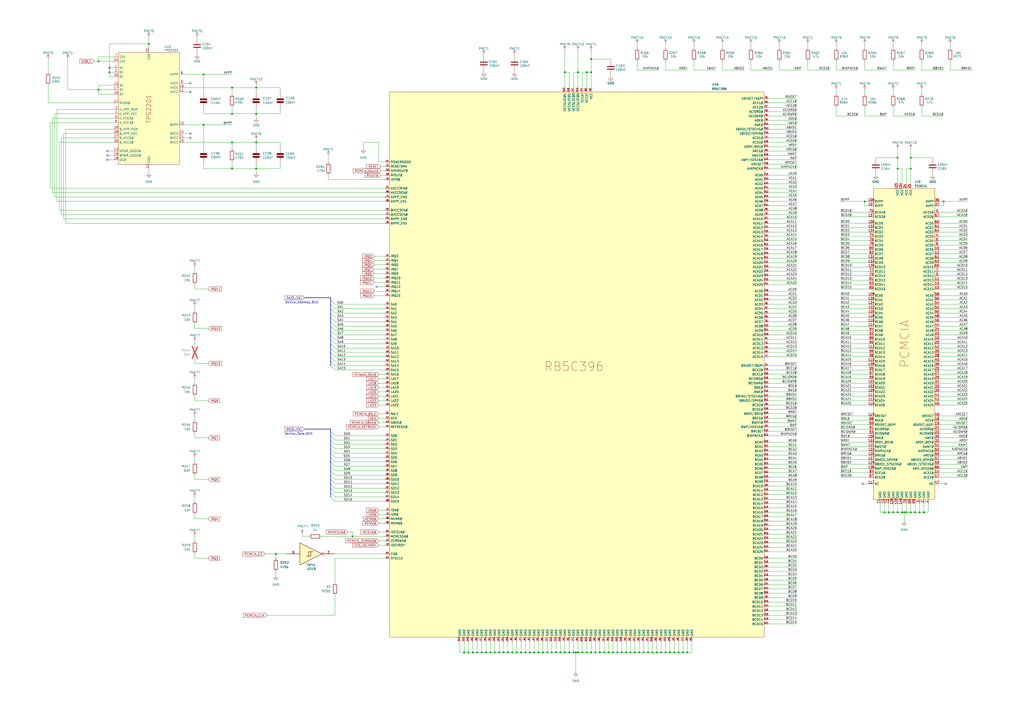
<source format=kicad_sch>
(kicad_sch (version 20250114) (generator "eeschema") (generator_version "9.0")
  (paper "A2")
  (title_block (title "PC110") (company "Recreated by: Ahmad Byagowi"))
  (text "Device_Data_BUS" (at 173.228 251.714 0) (effects (font (size 1.27 1.27))))
  (text "Device_Address_BUS" (at 175.006 175.514 0) (effects (font (size 1.27 1.27))))
  (junction (at 134.62 66.04))
  (junction (at 287.02 378.46))
  (junction (at 375.92 378.46))
  (junction (at 317.5 378.46))
  (junction (at 118.11 72.39))
  (junction (at 284.48 378.46))
  (junction (at 515.62 297.18))
  (junction (at 360.68 378.46))
  (junction (at 340.36 378.46))
  (junction (at 327.66 378.46))
  (junction (at 63.5 39.37))
  (junction (at 363.22 378.46))
  (junction (at 353.06 378.46))
  (junction (at 148.59 97.79))
  (junction (at 347.98 378.46))
  (junction (at 86.36 25.4))
  (junction (at 134.62 50.8))
  (junction (at 533.4 297.18))
  (junction (at 528.32 297.18))
  (junction (at 289.56 378.46))
  (junction (at 388.62 378.46))
  (junction (at 345.44 378.46))
  (junction (at 276.86 378.46))
  (junction (at 373.38 378.46))
  (junction (at 148.59 50.8))
  (junction (at 160.02 321.31))
  (junction (at 530.86 297.18))
  (junction (at 368.3 378.46))
  (junction (at 520.7 91.44))
  (junction (at 322.58 378.46))
  (junction (at 520.7 297.18))
  (junction (at 307.34 378.46))
  (junction (at 398.78 378.46))
  (junction (at 528.32 97.79))
  (junction (at 204.47 311.15))
  (junction (at 342.9 41.91))
  (junction (at 513.08 297.18))
  (junction (at 320.04 378.46))
  (junction (at 386.08 378.46))
  (junction (at 342.9 34.29))
  (junction (at 535.94 297.18))
  (junction (at 314.96 378.46))
  (junction (at 299.72 378.46))
  (junction (at 365.76 378.46))
  (junction (at 337.82 378.46))
  (junction (at 335.28 41.91))
  (junction (at 327.66 41.91))
  (junction (at 334.01 378.46))
  (junction (at 325.12 378.46))
  (junction (at 274.32 378.46))
  (junction (at 302.26 378.46))
  (junction (at 381 378.46))
  (junction (at 528.32 91.44))
  (junction (at 335.28 378.46))
  (junction (at 57.15 52.07))
  (junction (at 294.64 378.46))
  (junction (at 309.88 378.46))
  (junction (at 279.4 378.46))
  (junction (at 525.78 297.18))
  (junction (at 304.8 378.46))
  (junction (at 518.16 297.18))
  (junction (at 383.54 378.46))
  (junction (at 350.52 378.46))
  (junction (at 370.84 378.46))
  (junction (at 148.59 66.04))
  (junction (at 520.7 97.79))
  (junction (at 547.37 116.84))
  (junction (at 148.59 82.55))
  (junction (at 134.62 82.55))
  (junction (at 342.9 378.46))
  (junction (at 63.5 41.91))
  (junction (at 355.6 378.46))
  (junction (at 269.24 378.46))
  (junction (at 312.42 378.46))
  (junction (at 134.62 97.79))
  (junction (at 378.46 378.46))
  (junction (at 118.11 43.18))
  (junction (at 340.36 41.91))
  (junction (at 332.74 378.46))
  (junction (at 396.24 378.46))
  (junction (at 393.7 378.46))
  (junction (at 271.78 378.46))
  (junction (at 292.1 378.46))
  (junction (at 57.15 35.56))
  (junction (at 281.94 378.46))
  (junction (at 524.51 297.18))
  (junction (at 523.24 297.18))
  (junction (at 391.16 378.46))
  (junction (at 330.2 378.46))
  (junction (at 358.14 378.46))
  (junction (at 297.18 378.46))
  (junction (at 501.65 116.84))
  (no_connect (at 110.49 48.26))
  (no_connect (at 62.23 87.63))
  (no_connect (at 548.64 280.67))
  (no_connect (at 110.49 53.34))
  (no_connect (at 110.49 80.01))
  (no_connect (at 62.23 90.17))
  (no_connect (at 500.38 280.67))
  (no_connect (at 218.44 166.37))
  (no_connect (at 110.49 77.47))
  (no_connect (at 62.23 92.71))
  (bus_entry (at 191.77 262.89) (size 2.54 2.54))
  (bus_entry (at 191.77 181.61) (size 2.54 2.54))
  (bus_entry (at 191.77 201.93) (size 2.54 2.54))
  (bus_entry (at 191.77 257.81) (size 2.54 2.54))
  (bus_entry (at 191.77 209.55) (size 2.54 2.54))
  (bus_entry (at 191.77 194.31) (size 2.54 2.54))
  (bus_entry (at 191.77 255.27) (size 2.54 2.54))
  (bus_entry (at 191.77 280.67) (size 2.54 2.54))
  (bus_entry (at 191.77 278.13) (size 2.54 2.54))
  (bus_entry (at 191.77 207.01) (size 2.54 2.54))
  (bus_entry (at 191.77 288.29) (size 2.54 2.54))
  (bus_entry (at 191.77 265.43) (size 2.54 2.54))
  (bus_entry (at 191.77 275.59) (size 2.54 2.54))
  (bus_entry (at 191.77 212.09) (size 2.54 2.54))
  (bus_entry (at 191.77 204.47) (size 2.54 2.54))
  (bus_entry (at 191.77 196.85) (size 2.54 2.54))
  (bus_entry (at 191.77 267.97) (size 2.54 2.54))
  (bus_entry (at 191.77 285.75) (size 2.54 2.54))
  (bus_entry (at 191.77 260.35) (size 2.54 2.54))
  (bus_entry (at 191.77 270.51) (size 2.54 2.54))
  (bus_entry (at 191.77 273.05) (size 2.54 2.54))
  (bus_entry (at 191.77 252.73) (size 2.54 2.54))
  (bus_entry (at 191.77 283.21) (size 2.54 2.54))
  (bus_entry (at 191.77 199.39) (size 2.54 2.54))
  (bus_entry (at 191.77 184.15) (size 2.54 2.54))
  (bus_entry (at 191.77 176.53) (size 2.54 2.54))
  (bus_entry (at 191.77 186.69) (size 2.54 2.54))
  (bus_entry (at 191.77 189.23) (size 2.54 2.54))
  (bus_entry (at 191.77 191.77) (size 2.54 2.54))
  (bus_entry (at 191.77 179.07) (size 2.54 2.54))
  (bus_entry (at 191.77 173.99) (size 2.54 2.54))
  (bus_entry (at 191.77 250.19) (size 2.54 2.54))
  (wire (pts (xy 330.2 378.46) (xy 332.74 378.46)))
  (wire (pts (xy 219.71 222.25) (xy 223.52 222.25)))
  (wire (pts (xy 194.31 176.53) (xy 223.52 176.53)))
  (wire (pts (xy 504.19 243.84) (xy 487.68 243.84)))
  (wire (pts (xy 118.11 95.25) (xy 118.11 97.79)))
  (wire (pts (xy 445.77 307.34) (xy 462.28 307.34)))
  (wire (pts (xy 327.66 41.91) (xy 327.66 50.8)))
  (wire (pts (xy 520.7 292.1) (xy 520.7 297.18)))
  (wire (pts (xy 219.71 232.41) (xy 223.52 232.41)))
  (wire (pts (xy 204.47 308.61) (xy 204.47 311.15)))
  (wire (pts (xy 276.86 378.46) (xy 279.4 378.46)))
  (wire (pts (xy 445.77 281.94) (xy 462.28 281.94)))
  (bus (pts (xy 191.77 273.05) (xy 191.77 275.59)))
  (wire (pts (xy 327.66 29.21) (xy 327.66 41.91)))
  (wire (pts (xy 106.68 53.34) (xy 110.49 53.34)))
  (wire (pts (xy 113.03 251.46) (xy 113.03 254)))
  (wire (pts (xy 445.77 139.7) (xy 462.28 139.7)))
  (wire (pts (xy 445.77 284.48) (xy 462.28 284.48)))
  (wire (pts (xy 445.77 149.86) (xy 462.28 149.86)))
  (wire (pts (xy 369.57 40.64) (xy 382.27 40.64)))
  (wire (pts (xy 544.83 266.7) (xy 561.34 266.7)))
  (wire (pts (xy 445.77 90.17) (xy 462.28 90.17)))
  (wire (pts (xy 114.3 21.59) (xy 114.3 22.86)))
  (wire (pts (xy 330.2 41.91) (xy 327.66 41.91)))
  (wire (pts (xy 544.83 167.64) (xy 561.34 167.64)))
  (wire (pts (xy 445.77 132.08) (xy 462.28 132.08)))
  (wire (pts (xy 544.83 224.79) (xy 561.34 224.79)))
  (wire (pts (xy 217.17 171.45) (xy 223.52 171.45)))
  (wire (pts (xy 544.83 227.33) (xy 561.34 227.33)))
  (wire (pts (xy 445.77 227.33) (xy 462.28 227.33)))
  (wire (pts (xy 504.19 224.79) (xy 487.68 224.79)))
  (wire (pts (xy 544.83 241.3) (xy 561.34 241.3)))
  (wire (pts (xy 340.36 372.11) (xy 340.36 378.46)))
  (wire (pts (xy 445.77 229.87) (xy 462.28 229.87)))
  (wire (pts (xy 445.77 82.55) (xy 462.28 82.55)))
  (wire (pts (xy 33.02 63.5) (xy 66.04 63.5)))
  (wire (pts (xy 194.31 212.09) (xy 223.52 212.09)))
  (wire (pts (xy 365.76 372.11) (xy 365.76 378.46)))
  (wire (pts (xy 452.12 25.4) (xy 452.12 27.94)))
  (wire (pts (xy 219.71 93.98) (xy 219.71 82.55)))
  (wire (pts (xy 504.19 194.31) (xy 487.68 194.31)))
  (wire (pts (xy 186.69 311.15) (xy 204.47 311.15)))
  (wire (pts (xy 544.83 165.1) (xy 561.34 165.1)))
  (wire (pts (xy 544.83 264.16) (xy 561.34 264.16)))
  (bus (pts (xy 191.77 201.93) (xy 191.77 199.39)))
  (wire (pts (xy 284.48 372.11) (xy 284.48 378.46)))
  (wire (pts (xy 445.77 201.93) (xy 462.28 201.93)))
  (wire (pts (xy 113.03 278.13) (xy 120.65 278.13)))
  (wire (pts (xy 402.59 40.64) (xy 415.29 40.64)))
  (wire (pts (xy 504.19 196.85) (xy 487.68 196.85)))
  (wire (pts (xy 322.58 372.11) (xy 322.58 378.46)))
  (wire (pts (xy 504.19 149.86) (xy 487.68 149.86)))
  (wire (pts (xy 398.78 378.46) (xy 401.32 378.46)))
  (wire (pts (xy 223.52 93.98) (xy 219.71 93.98)))
  (wire (pts (xy 66.04 44.45) (xy 63.5 44.45)))
  (wire (pts (xy 219.71 245.11) (xy 223.52 245.11)))
  (wire (pts (xy 485.14 62.23) (xy 485.14 67.31)))
  (wire (pts (xy 217.17 151.13) (xy 223.52 151.13)))
  (wire (pts (xy 194.31 201.93) (xy 223.52 201.93)))
  (wire (pts (xy 223.52 111.76) (xy 30.48 111.76)))
  (wire (pts (xy 435.61 40.64) (xy 448.31 40.64)))
  (wire (pts (xy 332.74 372.11) (xy 332.74 378.46)))
  (wire (pts (xy 501.65 25.4) (xy 501.65 27.94)))
  (wire (pts (xy 66.04 35.56) (xy 57.15 35.56)))
  (wire (pts (xy 504.19 157.48) (xy 487.68 157.48)))
  (wire (pts (xy 373.38 378.46) (xy 375.92 378.46)))
  (wire (pts (xy 294.64 372.11) (xy 294.64 378.46)))
  (wire (pts (xy 445.77 346.71) (xy 462.28 346.71)))
  (wire (pts (xy 194.31 321.31) (xy 223.52 321.31)))
  (wire (pts (xy 194.31 194.31) (xy 223.52 194.31)))
  (wire (pts (xy 266.7 372.11) (xy 266.7 378.46)))
  (wire (pts (xy 445.77 256.54) (xy 462.28 256.54)))
  (wire (pts (xy 504.19 160.02) (xy 487.68 160.02)))
  (wire (pts (xy 500.38 280.67) (xy 504.19 280.67)))
  (wire (pts (xy 327.66 378.46) (xy 330.2 378.46)))
  (wire (pts (xy 113.03 165.1) (xy 113.03 167.64)))
  (wire (pts (xy 504.19 212.09) (xy 487.68 212.09)))
  (wire (pts (xy 368.3 378.46) (xy 370.84 378.46)))
  (wire (pts (xy 113.03 198.12) (xy 113.03 200.66)))
  (wire (pts (xy 276.86 372.11) (xy 276.86 378.46)))
  (wire (pts (xy 487.68 125.73) (xy 504.19 125.73)))
  (wire (pts (xy 518.16 40.64) (xy 530.86 40.64)))
  (wire (pts (xy 269.24 372.11) (xy 269.24 378.46)))
  (wire (pts (xy 194.31 207.01) (xy 223.52 207.01)))
  (wire (pts (xy 271.78 378.46) (xy 274.32 378.46)))
  (bus (pts (xy 191.77 212.09) (xy 191.77 209.55)))
  (wire (pts (xy 35.56 124.46) (xy 35.56 80.01)))
  (wire (pts (xy 337.82 372.11) (xy 337.82 378.46)))
  (wire (pts (xy 504.19 162.56) (xy 487.68 162.56)))
  (wire (pts (xy 544.83 162.56) (xy 561.34 162.56)))
  (wire (pts (xy 445.77 87.63) (xy 462.28 87.63)))
  (wire (pts (xy 541.02 101.6) (xy 541.02 100.33)))
  (bus (pts (xy 191.77 250.19) (xy 191.77 252.73)))
  (wire (pts (xy 544.83 132.08) (xy 561.34 132.08)))
  (wire (pts (xy 342.9 372.11) (xy 342.9 378.46)))
  (wire (pts (xy 504.19 152.4) (xy 487.68 152.4)))
  (wire (pts (xy 148.59 50.8) (xy 134.62 50.8)))
  (bus (pts (xy 191.77 189.23) (xy 191.77 186.69)))
  (wire (pts (xy 445.77 359.41) (xy 462.28 359.41)))
  (wire (pts (xy 194.31 323.85) (xy 223.52 323.85)))
  (wire (pts (xy 39.37 34.29) (xy 39.37 52.07)))
  (wire (pts (xy 544.83 229.87) (xy 561.34 229.87)))
  (wire (pts (xy 57.15 52.07) (xy 66.04 52.07)))
  (bus (pts (xy 191.77 191.77) (xy 191.77 189.23)))
  (wire (pts (xy 445.77 320.04) (xy 462.28 320.04)))
  (wire (pts (xy 544.83 157.48) (xy 561.34 157.48)))
  (wire (pts (xy 504.19 176.53) (xy 487.68 176.53)))
  (wire (pts (xy 544.83 194.31) (xy 561.34 194.31)))
  (wire (pts (xy 544.83 254) (xy 561.34 254)))
  (bus (pts (xy 191.77 194.31) (xy 191.77 191.77)))
  (wire (pts (xy 220.98 99.06) (xy 223.52 99.06)))
  (wire (pts (xy 194.31 285.75) (xy 223.52 285.75)))
  (wire (pts (xy 525.78 292.1) (xy 525.78 297.18)))
  (wire (pts (xy 398.78 372.11) (xy 398.78 378.46)))
  (wire (pts (xy 279.4 378.46) (xy 281.94 378.46)))
  (wire (pts (xy 375.92 378.46) (xy 378.46 378.46)))
  (wire (pts (xy 113.03 265.43) (xy 113.03 267.97)))
  (wire (pts (xy 354.33 44.45) (xy 354.33 43.18)))
  (wire (pts (xy 544.83 186.69) (xy 561.34 186.69)))
  (wire (pts (xy 334.01 378.46) (xy 334.01 389.89)))
  (wire (pts (xy 528.32 86.36) (xy 528.32 91.44)))
  (wire (pts (xy 66.04 74.93) (xy 38.1 74.93)))
  (wire (pts (xy 544.83 184.15) (xy 561.34 184.15)))
  (wire (pts (xy 504.19 189.23) (xy 487.68 189.23)))
  (wire (pts (xy 504.19 234.95) (xy 487.68 234.95)))
  (wire (pts (xy 504.19 191.77) (xy 487.68 191.77)))
  (wire (pts (xy 544.83 276.86) (xy 561.34 276.86)))
  (wire (pts (xy 148.59 82.55) (xy 134.62 82.55)))
  (wire (pts (xy 274.32 378.46) (xy 276.86 378.46)))
  (wire (pts (xy 62.23 87.63) (xy 66.04 87.63)))
  (wire (pts (xy 34.29 82.55) (xy 66.04 82.55)))
  (wire (pts (xy 445.77 247.65) (xy 462.28 247.65)))
  (wire (pts (xy 445.77 334.01) (xy 462.28 334.01)))
  (wire (pts (xy 504.19 139.7) (xy 487.68 139.7)))
  (wire (pts (xy 445.77 349.25) (xy 462.28 349.25)))
  (wire (pts (xy 330.2 372.11) (xy 330.2 378.46)))
  (wire (pts (xy 445.77 222.25) (xy 462.28 222.25)))
  (wire (pts (xy 391.16 372.11) (xy 391.16 378.46)))
  (wire (pts (xy 435.61 25.4) (xy 435.61 27.94)))
  (wire (pts (xy 419.1 35.56) (xy 419.1 40.64)))
  (wire (pts (xy 504.19 142.24) (xy 487.68 142.24)))
  (wire (pts (xy 520.7 97.79) (xy 523.24 97.79)))
  (wire (pts (xy 534.67 35.56) (xy 534.67 40.64)))
  (wire (pts (xy 345.44 378.46) (xy 347.98 378.46)))
  (wire (pts (xy 279.4 372.11) (xy 279.4 378.46)))
  (wire (pts (xy 544.83 271.78) (xy 561.34 271.78)))
  (wire (pts (xy 501.65 67.31) (xy 514.35 67.31)))
  (wire (pts (xy 297.18 378.46) (xy 299.72 378.46)))
  (wire (pts (xy 391.16 378.46) (xy 393.7 378.46)))
  (wire (pts (xy 445.77 259.08) (xy 462.28 259.08)))
  (wire (pts (xy 445.77 80.01) (xy 462.28 80.01)))
  (wire (pts (xy 445.77 59.69) (xy 462.28 59.69)))
  (wire (pts (xy 544.83 171.45) (xy 561.34 171.45)))
  (wire (pts (xy 38.1 74.93) (xy 38.1 129.54)))
  (wire (pts (xy 445.77 344.17) (xy 462.28 344.17)))
  (wire (pts (xy 445.77 299.72) (xy 462.28 299.72)))
  (wire (pts (xy 445.77 217.17) (xy 462.28 217.17)))
  (wire (pts (xy 544.83 232.41) (xy 561.34 232.41)))
  (wire (pts (xy 86.36 100.33) (xy 86.36 97.79)))
  (bus (pts (xy 191.77 196.85) (xy 191.77 194.31)))
  (wire (pts (xy 468.63 25.4) (xy 468.63 27.94)))
  (wire (pts (xy 445.77 212.09) (xy 462.28 212.09)))
  (wire (pts (xy 524.51 297.18) (xy 524.51 302.26)))
  (wire (pts (xy 445.77 186.69) (xy 462.28 186.69)))
  (bus (pts (xy 191.77 265.43) (xy 191.77 267.97)))
  (wire (pts (xy 370.84 372.11) (xy 370.84 378.46)))
  (wire (pts (xy 332.74 378.46) (xy 334.01 378.46)))
  (wire (pts (xy 504.19 222.25) (xy 487.68 222.25)))
  (wire (pts (xy 118.11 72.39) (xy 134.62 72.39)))
  (wire (pts (xy 219.71 247.65) (xy 223.52 247.65)))
  (wire (pts (xy 445.77 85.09) (xy 462.28 85.09)))
  (wire (pts (xy 62.23 92.71) (xy 66.04 92.71)))
  (wire (pts (xy 487.68 256.54) (xy 504.19 256.54)))
  (wire (pts (xy 57.15 54.61) (xy 57.15 52.07)))
  (bus (pts (xy 191.77 199.39) (xy 191.77 196.85)))
  (wire (pts (xy 445.77 312.42) (xy 462.28 312.42)))
  (wire (pts (xy 302.26 372.11) (xy 302.26 378.46)))
  (wire (pts (xy 487.68 116.84) (xy 501.65 116.84)))
  (wire (pts (xy 504.19 137.16) (xy 487.68 137.16)))
  (wire (pts (xy 29.21 71.12) (xy 66.04 71.12)))
  (wire (pts (xy 223.52 121.92) (xy 34.29 121.92)))
  (bus (pts (xy 176.53 172.72) (xy 191.77 172.72)))
  (wire (pts (xy 518.16 67.31) (xy 530.86 67.31)))
  (wire (pts (xy 118.11 43.18) (xy 106.68 43.18)))
  (wire (pts (xy 544.83 217.17) (xy 561.34 217.17)))
  (wire (pts (xy 435.61 35.56) (xy 435.61 40.64)))
  (wire (pts (xy 508 91.44) (xy 520.7 91.44)))
  (wire (pts (xy 445.77 304.8) (xy 462.28 304.8)))
  (wire (pts (xy 386.08 35.56) (xy 386.08 40.64)))
  (wire (pts (xy 445.77 287.02) (xy 462.28 287.02)))
  (wire (pts (xy 544.83 196.85) (xy 561.34 196.85)))
  (wire (pts (xy 396.24 372.11) (xy 396.24 378.46)))
  (wire (pts (xy 63.5 39.37) (xy 66.04 39.37)))
  (wire (pts (xy 445.77 121.92) (xy 462.28 121.92)))
  (wire (pts (xy 445.77 317.5) (xy 462.28 317.5)))
  (wire (pts (xy 544.83 269.24) (xy 561.34 269.24)))
  (wire (pts (xy 57.15 35.56) (xy 57.15 33.02)))
  (wire (pts (xy 445.77 124.46) (xy 462.28 124.46)))
  (wire (pts (xy 445.77 302.26) (xy 462.28 302.26)))
  (wire (pts (xy 29.21 109.22) (xy 29.21 71.12)))
  (wire (pts (xy 118.11 85.09) (xy 118.11 72.39)))
  (wire (pts (xy 544.83 274.32) (xy 561.34 274.32)))
  (wire (pts (xy 544.83 129.54) (xy 561.34 129.54)))
  (wire (pts (xy 66.04 54.61) (xy 57.15 54.61)))
  (wire (pts (xy 504.19 181.61) (xy 487.68 181.61)))
  (wire (pts (xy 419.1 40.64) (xy 431.8 40.64)))
  (wire (pts (xy 162.56 85.09) (xy 162.56 82.55)))
  (wire (pts (xy 445.77 196.85) (xy 462.28 196.85)))
  (wire (pts (xy 445.77 104.14) (xy 462.28 104.14)))
  (wire (pts (xy 347.98 372.11) (xy 347.98 378.46)))
  (wire (pts (xy 513.08 292.1) (xy 513.08 297.18)))
  (wire (pts (xy 219.71 219.71) (xy 223.52 219.71)))
  (wire (pts (xy 134.62 97.79) (xy 134.62 93.98)))
  (wire (pts (xy 544.83 251.46) (xy 561.34 251.46)))
  (wire (pts (xy 504.19 254) (xy 487.68 254)))
  (wire (pts (xy 57.15 52.07) (xy 39.37 52.07)))
  (wire (pts (xy 302.26 378.46) (xy 304.8 378.46)))
  (wire (pts (xy 113.03 177.8) (xy 113.03 180.34)))
  (wire (pts (xy 281.94 378.46) (xy 284.48 378.46)))
  (wire (pts (xy 114.3 31.75) (xy 114.3 30.48)))
  (wire (pts (xy 223.52 124.46) (xy 35.56 124.46)))
  (bus (pts (xy 191.77 257.81) (xy 191.77 260.35)))
  (wire (pts (xy 504.19 219.71) (xy 487.68 219.71)))
  (wire (pts (xy 219.71 242.57) (xy 223.52 242.57)))
  (wire (pts (xy 373.38 372.11) (xy 373.38 378.46)))
  (wire (pts (xy 148.59 53.34) (xy 148.59 50.8)))
  (wire (pts (xy 445.77 274.32) (xy 462.28 274.32)))
  (wire (pts (xy 533.4 297.18) (xy 535.94 297.18)))
  (wire (pts (xy 518.16 62.23) (xy 518.16 67.31)))
  (wire (pts (xy 528.32 292.1) (xy 528.32 297.18)))
  (bus (pts (xy 191.77 173.99) (xy 191.77 172.72)))
  (wire (pts (xy 194.31 280.67) (xy 223.52 280.67)))
  (wire (pts (xy 523.24 297.18) (xy 524.51 297.18)))
  (wire (pts (xy 504.19 276.86) (xy 487.68 276.86)))
  (wire (pts (xy 292.1 372.11) (xy 292.1 378.46)))
  (wire (pts (xy 350.52 378.46) (xy 353.06 378.46)))
  (wire (pts (xy 335.28 378.46) (xy 337.82 378.46)))
  (wire (pts (xy 445.77 111.76) (xy 462.28 111.76)))
  (wire (pts (xy 445.77 261.62) (xy 462.28 261.62)))
  (wire (pts (xy 544.83 173.99) (xy 561.34 173.99)))
  (wire (pts (xy 544.83 219.71) (xy 561.34 219.71)))
  (wire (pts (xy 194.31 209.55) (xy 223.52 209.55)))
  (wire (pts (xy 194.31 257.81) (xy 223.52 257.81)))
  (wire (pts (xy 280.67 31.75) (xy 280.67 33.02)))
  (wire (pts (xy 544.83 248.92) (xy 561.34 248.92)))
  (wire (pts (xy 148.59 81.28) (xy 148.59 82.55)))
  (wire (pts (xy 353.06 378.46) (xy 355.6 378.46)))
  (wire (pts (xy 504.19 129.54) (xy 487.68 129.54)))
  (wire (pts (xy 220.98 101.6) (xy 223.52 101.6)))
  (bus (pts (xy 191.77 278.13) (xy 191.77 280.67)))
  (wire (pts (xy 358.14 372.11) (xy 358.14 378.46)))
  (wire (pts (xy 118.11 72.39) (xy 106.68 72.39)))
  (wire (pts (xy 160.02 321.31) (xy 160.02 323.85)))
  (wire (pts (xy 194.31 262.89) (xy 223.52 262.89)))
  (wire (pts (xy 445.77 232.41) (xy 462.28 232.41)))
  (wire (pts (xy 445.77 361.95) (xy 462.28 361.95)))
  (wire (pts (xy 134.62 50.8) (xy 134.62 54.61)))
  (wire (pts (xy 354.33 34.29) (xy 342.9 34.29)))
  (wire (pts (xy 504.19 167.64) (xy 487.68 167.64)))
  (wire (pts (xy 485.14 25.4) (xy 485.14 27.94)))
  (wire (pts (xy 370.84 378.46) (xy 373.38 378.46)))
  (wire (pts (xy 57.15 52.07) (xy 57.15 49.53)))
  (wire (pts (xy 544.83 199.39) (xy 561.34 199.39)))
  (wire (pts (xy 530.86 292.1) (xy 530.86 297.18)))
  (wire (pts (xy 217.17 153.67) (xy 223.52 153.67)))
  (wire (pts (xy 271.78 372.11) (xy 271.78 378.46)))
  (wire (pts (xy 445.77 219.71) (xy 462.28 219.71)))
  (wire (pts (xy 337.82 50.8) (xy 337.82 41.91)))
  (wire (pts (xy 204.47 311.15) (xy 223.52 311.15)))
  (wire (pts (xy 518.16 52.07) (xy 518.16 54.61)))
  (wire (pts (xy 504.19 232.41) (xy 487.68 232.41)))
  (wire (pts (xy 445.77 72.39) (xy 462.28 72.39)))
  (wire (pts (xy 335.28 372.11) (xy 335.28 378.46)))
  (wire (pts (xy 523.24 292.1) (xy 523.24 297.18)))
  (wire (pts (xy 544.83 137.16) (xy 561.34 137.16)))
  (bus (pts (xy 191.77 248.92) (xy 191.77 250.19)))
  (wire (pts (xy 445.77 168.91) (xy 462.28 168.91)))
  (wire (pts (xy 162.56 82.55) (xy 148.59 82.55)))
  (wire (pts (xy 551.18 35.56) (xy 551.18 40.64)))
  (wire (pts (xy 175.26 309.88) (xy 175.26 311.15)))
  (bus (pts (xy 191.77 283.21) (xy 191.77 285.75)))
  (wire (pts (xy 501.65 116.84) (xy 504.19 116.84)))
  (wire (pts (xy 504.19 201.93) (xy 487.68 201.93)))
  (wire (pts (xy 217.17 156.21) (xy 223.52 156.21)))
  (wire (pts (xy 113.03 288.29) (xy 113.03 290.83)))
  (wire (pts (xy 544.83 259.08) (xy 561.34 259.08)))
  (wire (pts (xy 194.31 337.82) (xy 194.31 323.85)))
  (wire (pts (xy 194.31 184.15) (xy 223.52 184.15)))
  (wire (pts (xy 194.31 273.05) (xy 223.52 273.05)))
  (wire (pts (xy 219.71 234.95) (xy 223.52 234.95)))
  (wire (pts (xy 342.9 29.21) (xy 342.9 34.29)))
  (wire (pts (xy 528.32 297.18) (xy 530.86 297.18)))
  (wire (pts (xy 401.32 378.46) (xy 401.32 372.11)))
  (wire (pts (xy 547.37 116.84) (xy 544.83 116.84)))
  (wire (pts (xy 62.23 90.17) (xy 66.04 90.17)))
  (wire (pts (xy 113.03 275.59) (xy 113.03 278.13)))
  (wire (pts (xy 194.31 270.51) (xy 223.52 270.51)))
  (wire (pts (xy 148.59 49.53) (xy 148.59 50.8)))
  (wire (pts (xy 445.77 297.18) (xy 462.28 297.18)))
  (wire (pts (xy 162.56 95.25) (xy 162.56 97.79)))
  (wire (pts (xy 162.56 63.5) (xy 162.56 66.04)))
  (wire (pts (xy 544.83 246.38) (xy 561.34 246.38)))
  (wire (pts (xy 219.71 217.17) (xy 223.52 217.17)))
  (wire (pts (xy 194.31 199.39) (xy 223.52 199.39)))
  (wire (pts (xy 355.6 372.11) (xy 355.6 378.46)))
  (wire (pts (xy 33.02 116.84) (xy 33.02 63.5)))
  (wire (pts (xy 445.77 69.85) (xy 462.28 69.85)))
  (wire (pts (xy 342.9 41.91) (xy 342.9 34.29)))
  (wire (pts (xy 504.19 269.24) (xy 487.68 269.24)))
  (wire (pts (xy 307.34 372.11) (xy 307.34 378.46)))
  (wire (pts (xy 445.77 314.96) (xy 462.28 314.96)))
  (wire (pts (xy 445.77 294.64) (xy 462.28 294.64)))
  (wire (pts (xy 445.77 64.77) (xy 462.28 64.77)))
  (bus (pts (xy 191.77 184.15) (xy 191.77 181.61)))
  (wire (pts (xy 160.02 331.47) (xy 160.02 334.01)))
  (wire (pts (xy 544.83 144.78) (xy 561.34 144.78)))
  (wire (pts (xy 504.19 165.1) (xy 487.68 165.1)))
  (wire (pts (xy 445.77 204.47) (xy 462.28 204.47)))
  (wire (pts (xy 445.77 309.88) (xy 462.28 309.88)))
  (wire (pts (xy 360.68 372.11) (xy 360.68 378.46)))
  (wire (pts (xy 194.31 290.83) (xy 223.52 290.83)))
  (wire (pts (xy 335.28 41.91) (xy 335.28 50.8)))
  (wire (pts (xy 544.83 147.32) (xy 561.34 147.32)))
  (wire (pts (xy 148.59 100.33) (xy 148.59 97.79)))
  (wire (pts (xy 31.75 114.3) (xy 31.75 66.04)))
  (wire (pts (xy 304.8 372.11) (xy 304.8 378.46)))
  (wire (pts (xy 504.19 134.62) (xy 487.68 134.62)))
  (wire (pts (xy 134.62 66.04) (xy 134.62 62.23)))
  (wire (pts (xy 312.42 378.46) (xy 314.96 378.46)))
  (wire (pts (xy 535.94 297.18) (xy 538.48 297.18)))
  (wire (pts (xy 504.19 173.99) (xy 487.68 173.99)))
  (wire (pts (xy 534.67 40.64) (xy 547.37 40.64)))
  (wire (pts (xy 386.08 378.46) (xy 388.62 378.46)))
  (wire (pts (xy 396.24 378.46) (xy 398.78 378.46)))
  (wire (pts (xy 113.03 208.28) (xy 113.03 210.82)))
  (wire (pts (xy 445.77 279.4) (xy 462.28 279.4)))
  (wire (pts (xy 487.68 246.38) (xy 504.19 246.38)))
  (wire (pts (xy 337.82 378.46) (xy 340.36 378.46)))
  (wire (pts (xy 544.83 243.84) (xy 561.34 243.84)))
  (wire (pts (xy 547.37 116.84) (xy 561.34 116.84)))
  (wire (pts (xy 219.71 240.03) (xy 223.52 240.03)))
  (wire (pts (xy 106.68 50.8) (xy 134.62 50.8)))
  (wire (pts (xy 445.77 162.56) (xy 462.28 162.56)))
  (wire (pts (xy 544.83 212.09) (xy 561.34 212.09)))
  (wire (pts (xy 544.83 204.47) (xy 561.34 204.47)))
  (wire (pts (xy 219.71 229.87) (xy 223.52 229.87)))
  (wire (pts (xy 445.77 252.73) (xy 462.28 252.73)))
  (wire (pts (xy 544.83 152.4) (xy 561.34 152.4)))
  (wire (pts (xy 57.15 49.53) (xy 66.04 49.53)))
  (wire (pts (xy 194.31 181.61) (xy 223.52 181.61)))
  (wire (pts (xy 445.77 92.71) (xy 462.28 92.71)))
  (wire (pts (xy 513.08 297.18) (xy 515.62 297.18)))
  (wire (pts (xy 445.77 181.61) (xy 462.28 181.61)))
  (wire (pts (xy 388.62 372.11) (xy 388.62 378.46)))
  (wire (pts (xy 445.77 101.6) (xy 462.28 101.6)))
  (wire (pts (xy 504.19 147.32) (xy 487.68 147.32)))
  (wire (pts (xy 219.71 227.33) (xy 223.52 227.33)))
  (wire (pts (xy 113.03 219.71) (xy 113.03 222.25)))
  (wire (pts (xy 445.77 173.99) (xy 462.28 173.99)))
  (wire (pts (xy 113.03 321.31) (xy 113.03 323.85)))
  (wire (pts (xy 194.31 189.23) (xy 223.52 189.23)))
  (wire (pts (xy 36.83 77.47) (xy 66.04 77.47)))
  (wire (pts (xy 544.83 191.77) (xy 561.34 191.77)))
  (wire (pts (xy 113.03 298.45) (xy 113.03 300.99)))
  (wire (pts (xy 501.65 35.56) (xy 501.65 40.64)))
  (bus (pts (xy 191.77 280.67) (xy 191.77 283.21)))
  (wire (pts (xy 501.65 52.07) (xy 501.65 54.61)))
  (wire (pts (xy 445.77 184.15) (xy 462.28 184.15)))
  (wire (pts (xy 210.82 82.55) (xy 210.82 86.36)))
  (wire (pts (xy 504.19 217.17) (xy 487.68 217.17)))
  (wire (pts (xy 402.59 35.56) (xy 402.59 40.64)))
  (wire (pts (xy 134.62 82.55) (xy 134.62 86.36)))
  (wire (pts (xy 219.71 303.53) (xy 223.52 303.53)))
  (wire (pts (xy 386.08 25.4) (xy 386.08 27.94)))
  (wire (pts (xy 383.54 378.46) (xy 386.08 378.46)))
  (wire (pts (xy 160.02 321.31) (xy 166.37 321.31)))
  (wire (pts (xy 445.77 276.86) (xy 462.28 276.86)))
  (bus (pts (xy 191.77 176.53) (xy 191.77 173.99)))
  (wire (pts (xy 386.08 40.64) (xy 398.78 40.64)))
  (wire (pts (xy 445.77 97.79) (xy 462.28 97.79)))
  (wire (pts (xy 118.11 66.04) (xy 134.62 66.04)))
  (wire (pts (xy 445.77 62.23) (xy 462.28 62.23)))
  (wire (pts (xy 525.78 106.68) (xy 525.78 97.79)))
  (wire (pts (xy 544.83 261.62) (xy 561.34 261.62)))
  (wire (pts (xy 533.4 292.1) (xy 533.4 297.18)))
  (bus (pts (xy 191.77 179.07) (xy 191.77 176.53)))
  (wire (pts (xy 63.5 41.91) (xy 63.5 39.37)))
  (wire (pts (xy 445.77 154.94) (xy 462.28 154.94)))
  (wire (pts (xy 393.7 372.11) (xy 393.7 378.46)))
  (wire (pts (xy 355.6 378.46) (xy 358.14 378.46)))
  (bus (pts (xy 191.77 204.47) (xy 191.77 201.93)))
  (wire (pts (xy 154.94 356.87) (xy 194.31 356.87)))
  (wire (pts (xy 284.48 378.46) (xy 287.02 378.46)))
  (wire (pts (xy 27.94 34.29) (xy 27.94 41.91)))
  (wire (pts (xy 320.04 378.46) (xy 322.58 378.46)))
  (wire (pts (xy 327.66 372.11) (xy 327.66 378.46)))
  (wire (pts (xy 445.77 245.11) (xy 462.28 245.11)))
  (wire (pts (xy 510.54 292.1) (xy 510.54 297.18)))
  (wire (pts (xy 113.03 241.3) (xy 113.03 243.84)))
  (wire (pts (xy 309.88 372.11) (xy 309.88 378.46)))
  (wire (pts (xy 194.31 214.63) (xy 223.52 214.63)))
  (wire (pts (xy 445.77 336.55) (xy 462.28 336.55)))
  (wire (pts (xy 544.83 160.02) (xy 561.34 160.02)))
  (wire (pts (xy 528.32 97.79) (xy 528.32 106.68)))
  (wire (pts (xy 445.77 354.33) (xy 462.28 354.33)))
  (wire (pts (xy 544.83 176.53) (xy 561.34 176.53)))
  (wire (pts (xy 118.11 97.79) (xy 134.62 97.79)))
  (wire (pts (xy 501.65 119.38) (xy 501.65 116.84)))
  (wire (pts (xy 445.77 134.62) (xy 462.28 134.62)))
  (wire (pts (xy 113.03 229.87) (xy 113.03 232.41)))
  (wire (pts (xy 217.17 148.59) (xy 223.52 148.59)))
  (wire (pts (xy 510.54 297.18) (xy 513.08 297.18)))
  (wire (pts (xy 314.96 372.11) (xy 314.96 378.46)))
  (wire (pts (xy 515.62 292.1) (xy 515.62 297.18)))
  (bus (pts (xy 191.77 262.89) (xy 191.77 265.43)))
  (wire (pts (xy 445.77 147.32) (xy 462.28 147.32)))
  (wire (pts (xy 194.31 255.27) (xy 223.52 255.27)))
  (wire (pts (xy 452.12 35.56) (xy 452.12 40.64)))
  (wire (pts (xy 342.9 378.46) (xy 345.44 378.46)))
  (wire (pts (xy 223.52 116.84) (xy 33.02 116.84)))
  (wire (pts (xy 148.59 66.04) (xy 134.62 66.04)))
  (wire (pts (xy 353.06 372.11) (xy 353.06 378.46)))
  (wire (pts (xy 63.5 39.37) (xy 63.5 25.4)))
  (wire (pts (xy 281.94 372.11) (xy 281.94 378.46)))
  (wire (pts (xy 445.77 240.03) (xy 462.28 240.03)))
  (wire (pts (xy 445.77 326.39) (xy 462.28 326.39)))
  (wire (pts (xy 530.86 297.18) (xy 533.4 297.18)))
  (wire (pts (xy 445.77 339.09) (xy 462.28 339.09)))
  (wire (pts (xy 66.04 59.69) (xy 27.94 59.69)))
  (wire (pts (xy 534.67 52.07) (xy 534.67 54.61)))
  (wire (pts (xy 504.19 266.7) (xy 487.68 266.7)))
  (wire (pts (xy 194.31 267.97) (xy 223.52 267.97)))
  (wire (pts (xy 347.98 378.46) (xy 350.52 378.46)))
  (wire (pts (xy 402.59 25.4) (xy 402.59 27.94)))
  (wire (pts (xy 544.83 179.07) (xy 561.34 179.07)))
  (wire (pts (xy 445.77 67.31) (xy 462.28 67.31)))
  (wire (pts (xy 504.19 204.47) (xy 487.68 204.47)))
  (wire (pts (xy 544.83 142.24) (xy 561.34 142.24)))
  (wire (pts (xy 523.24 106.68) (xy 523.24 97.79)))
  (wire (pts (xy 148.59 63.5) (xy 148.59 66.04)))
  (bus (pts (xy 191.77 252.73) (xy 191.77 255.27)))
  (wire (pts (xy 538.48 297.18) (xy 538.48 292.1)))
  (wire (pts (xy 219.71 224.79) (xy 223.52 224.79)))
  (wire (pts (xy 266.7 378.46) (xy 269.24 378.46)))
  (wire (pts (xy 544.83 181.61) (xy 561.34 181.61)))
  (wire (pts (xy 445.77 95.25) (xy 462.28 95.25)))
  (bus (pts (xy 191.77 186.69) (xy 191.77 184.15)))
  (wire (pts (xy 544.83 234.95) (xy 561.34 234.95)))
  (wire (pts (xy 504.19 171.45) (xy 487.68 171.45)))
  (wire (pts (xy 508 92.71) (xy 508 91.44)))
  (wire (pts (xy 445.77 137.16) (xy 462.28 137.16)))
  (wire (pts (xy 445.77 194.31) (xy 462.28 194.31)))
  (wire (pts (xy 504.19 251.46) (xy 487.68 251.46)))
  (wire (pts (xy 445.77 74.93) (xy 462.28 74.93)))
  (wire (pts (xy 485.14 67.31) (xy 497.84 67.31)))
  (wire (pts (xy 445.77 271.78) (xy 462.28 271.78)))
  (wire (pts (xy 544.83 256.54) (xy 561.34 256.54)))
  (wire (pts (xy 113.03 311.15) (xy 113.03 313.69)))
  (wire (pts (xy 504.19 199.39) (xy 487.68 199.39)))
  (wire (pts (xy 118.11 43.18) (xy 134.62 43.18)))
  (wire (pts (xy 445.77 237.49) (xy 462.28 237.49)))
  (wire (pts (xy 445.77 269.24) (xy 462.28 269.24)))
  (wire (pts (xy 297.18 372.11) (xy 297.18 378.46)))
  (wire (pts (xy 30.48 68.58) (xy 66.04 68.58)))
  (wire (pts (xy 223.52 109.22) (xy 29.21 109.22)))
  (wire (pts (xy 354.33 35.56) (xy 354.33 34.29)))
  (wire (pts (xy 337.82 41.91) (xy 340.36 41.91)))
  (wire (pts (xy 534.67 67.31) (xy 547.37 67.31)))
  (wire (pts (xy 381 372.11) (xy 381 378.46)))
  (wire (pts (xy 445.77 160.02) (xy 462.28 160.02)))
  (wire (pts (xy 445.77 116.84) (xy 462.28 116.84)))
  (wire (pts (xy 445.77 77.47) (xy 462.28 77.47)))
  (bus (pts (xy 191.77 275.59) (xy 191.77 278.13)))
  (wire (pts (xy 525.78 97.79) (xy 528.32 97.79)))
  (wire (pts (xy 485.14 35.56) (xy 485.14 40.64)))
  (wire (pts (xy 220.98 96.52) (xy 223.52 96.52)))
  (wire (pts (xy 504.19 214.63) (xy 487.68 214.63)))
  (wire (pts (xy 504.19 264.16) (xy 487.68 264.16)))
  (wire (pts (xy 307.34 378.46) (xy 309.88 378.46)))
  (wire (pts (xy 501.65 40.64) (xy 514.35 40.64)))
  (wire (pts (xy 504.19 184.15) (xy 487.68 184.15)))
  (wire (pts (xy 113.03 167.64) (xy 120.65 167.64)))
  (wire (pts (xy 363.22 378.46) (xy 365.76 378.46)))
  (wire (pts (xy 201.93 308.61) (xy 204.47 308.61)))
  (wire (pts (xy 388.62 378.46) (xy 391.16 378.46)))
  (wire (pts (xy 445.77 289.56) (xy 462.28 289.56)))
  (wire (pts (xy 113.03 300.99) (xy 120.65 300.99)))
  (wire (pts (xy 194.31 179.07) (xy 223.52 179.07)))
  (wire (pts (xy 445.77 127) (xy 462.28 127)))
  (wire (pts (xy 269.24 378.46) (xy 271.78 378.46)))
  (wire (pts (xy 544.83 149.86) (xy 561.34 149.86)))
  (wire (pts (xy 148.59 68.58) (xy 148.59 66.04)))
  (wire (pts (xy 325.12 372.11) (xy 325.12 378.46)))
  (wire (pts (xy 468.63 35.56) (xy 468.63 40.64)))
  (wire (pts (xy 118.11 63.5) (xy 118.11 66.04)))
  (wire (pts (xy 31.75 66.04) (xy 66.04 66.04)))
  (wire (pts (xy 487.68 261.62) (xy 504.19 261.62)))
  (wire (pts (xy 445.77 323.85) (xy 462.28 323.85)))
  (wire (pts (xy 86.36 21.59) (xy 86.36 25.4)))
  (wire (pts (xy 445.77 152.4) (xy 462.28 152.4)))
  (wire (pts (xy 445.77 224.79) (xy 462.28 224.79)))
  (wire (pts (xy 113.03 323.85) (xy 120.65 323.85)))
  (wire (pts (xy 340.36 50.8) (xy 340.36 41.91)))
  (wire (pts (xy 63.5 25.4) (xy 86.36 25.4)))
  (bus (pts (xy 191.77 267.97) (xy 191.77 270.51)))
  (bus (pts (xy 191.77 270.51) (xy 191.77 273.05)))
  (wire (pts (xy 314.96 378.46) (xy 317.5 378.46)))
  (wire (pts (xy 86.36 25.4) (xy 86.36 27.94)))
  (wire (pts (xy 445.77 157.48) (xy 462.28 157.48)))
  (wire (pts (xy 320.04 372.11) (xy 320.04 378.46)))
  (wire (pts (xy 504.19 119.38) (xy 501.65 119.38)))
  (wire (pts (xy 317.5 372.11) (xy 317.5 378.46)))
  (wire (pts (xy 504.19 271.78) (xy 487.68 271.78)))
  (wire (pts (xy 520.7 86.36) (xy 520.7 91.44)))
  (wire (pts (xy 365.76 378.46) (xy 368.3 378.46)))
  (wire (pts (xy 162.56 66.04) (xy 148.59 66.04)))
  (wire (pts (xy 378.46 372.11) (xy 378.46 378.46)))
  (wire (pts (xy 520.7 297.18) (xy 523.24 297.18)))
  (wire (pts (xy 504.19 259.08) (xy 487.68 259.08)))
  (wire (pts (xy 332.74 50.8) (xy 332.74 41.91)))
  (wire (pts (xy 217.17 163.83) (xy 223.52 163.83)))
  (wire (pts (xy 162.56 97.79) (xy 148.59 97.79)))
  (wire (pts (xy 106.68 80.01) (xy 110.49 80.01)))
  (wire (pts (xy 322.58 378.46) (xy 325.12 378.46)))
  (wire (pts (xy 280.67 41.91) (xy 280.67 40.64)))
  (wire (pts (xy 544.83 207.01) (xy 561.34 207.01)))
  (wire (pts (xy 544.83 134.62) (xy 561.34 134.62)))
  (wire (pts (xy 219.71 295.91) (xy 223.52 295.91)))
  (bus (pts (xy 191.77 260.35) (xy 191.77 262.89)))
  (wire (pts (xy 520.7 91.44) (xy 520.7 97.79)))
  (wire (pts (xy 504.19 186.69) (xy 487.68 186.69)))
  (wire (pts (xy 551.18 40.64) (xy 563.88 40.64)))
  (wire (pts (xy 342.9 41.91) (xy 342.9 50.8)))
  (wire (pts (xy 113.03 154.94) (xy 113.03 157.48)))
  (wire (pts (xy 386.08 372.11) (xy 386.08 378.46)))
  (wire (pts (xy 445.77 214.63) (xy 462.28 214.63)))
  (wire (pts (xy 106.68 48.26) (xy 110.49 48.26)))
  (wire (pts (xy 113.03 187.96) (xy 113.03 190.5)))
  (wire (pts (xy 528.32 91.44) (xy 528.32 97.79)))
  (wire (pts (xy 289.56 378.46) (xy 292.1 378.46)))
  (wire (pts (xy 515.62 297.18) (xy 518.16 297.18)))
  (wire (pts (xy 218.44 166.37) (xy 223.52 166.37)))
  (wire (pts (xy 445.77 171.45) (xy 462.28 171.45)))
  (wire (pts (xy 340.36 41.91) (xy 342.9 41.91)))
  (wire (pts (xy 298.45 41.91) (xy 298.45 40.64)))
  (wire (pts (xy 223.52 114.3) (xy 31.75 114.3)))
  (wire (pts (xy 304.8 378.46) (xy 307.34 378.46)))
  (wire (pts (xy 544.83 154.94) (xy 561.34 154.94)))
  (wire (pts (xy 219.71 82.55) (xy 210.82 82.55)))
  (wire (pts (xy 547.37 119.38) (xy 547.37 116.84)))
  (wire (pts (xy 452.12 40.64) (xy 464.82 40.64)))
  (wire (pts (xy 445.77 57.15) (xy 462.28 57.15)))
  (wire (pts (xy 501.65 62.23) (xy 501.65 67.31)))
  (wire (pts (xy 317.5 378.46) (xy 320.04 378.46)))
  (wire (pts (xy 194.31 191.77) (xy 223.52 191.77)))
  (wire (pts (xy 544.83 189.23) (xy 561.34 189.23)))
  (wire (pts (xy 298.45 31.75) (xy 298.45 33.02)))
  (wire (pts (xy 445.77 165.1) (xy 462.28 165.1)))
  (wire (pts (xy 534.67 62.23) (xy 534.67 67.31)))
  (wire (pts (xy 445.77 341.63) (xy 462.28 341.63)))
  (wire (pts (xy 219.71 313.69) (xy 223.52 313.69)))
  (wire (pts (xy 217.17 161.29) (xy 223.52 161.29)))
  (wire (pts (xy 504.19 241.3) (xy 487.68 241.3)))
  (wire (pts (xy 194.31 278.13) (xy 223.52 278.13)))
  (wire (pts (xy 445.77 266.7) (xy 462.28 266.7)))
  (wire (pts (xy 544.83 201.93) (xy 561.34 201.93)))
  (wire (pts (xy 113.03 254) (xy 120.65 254)))
  (wire (pts (xy 274.32 372.11) (xy 274.32 378.46)))
  (wire (pts (xy 393.7 378.46) (xy 396.24 378.46)))
  (wire (pts (xy 445.77 179.07) (xy 462.28 179.07)))
  (bus (pts (xy 191.77 255.27) (xy 191.77 257.81)))
  (wire (pts (xy 485.14 52.07) (xy 485.14 54.61)))
  (wire (pts (xy 518.16 297.18) (xy 520.7 297.18)))
  (wire (pts (xy 381 378.46) (xy 383.54 378.46)))
  (wire (pts (xy 504.19 144.78) (xy 487.68 144.78)))
  (wire (pts (xy 551.18 25.4) (xy 551.18 27.94)))
  (wire (pts (xy 504.19 229.87) (xy 487.68 229.87)))
  (wire (pts (xy 63.5 44.45) (xy 63.5 41.91)))
  (wire (pts (xy 162.56 53.34) (xy 162.56 50.8)))
  (wire (pts (xy 445.77 144.78) (xy 462.28 144.78)))
  (wire (pts (xy 332.74 41.91) (xy 335.28 41.91)))
  (wire (pts (xy 383.54 372.11) (xy 383.54 378.46)))
  (wire (pts (xy 544.83 125.73) (xy 561.34 125.73)))
  (wire (pts (xy 363.22 372.11) (xy 363.22 378.46)))
  (wire (pts (xy 504.19 248.92) (xy 487.68 248.92)))
  (wire (pts (xy 445.77 264.16) (xy 462.28 264.16)))
  (wire (pts (xy 217.17 158.75) (xy 223.52 158.75)))
  (wire (pts (xy 485.14 40.64) (xy 497.84 40.64)))
  (wire (pts (xy 468.63 40.64) (xy 481.33 40.64)))
  (wire (pts (xy 445.77 119.38) (xy 462.28 119.38)))
  (wire (pts (xy 162.56 50.8) (xy 148.59 50.8)))
  (wire (pts (xy 219.71 308.61) (xy 223.52 308.61)))
  (wire (pts (xy 544.83 280.67) (xy 548.64 280.67)))
  (wire (pts (xy 113.03 232.41) (xy 120.65 232.41)))
  (wire (pts (xy 508 101.6) (xy 508 100.33)))
  (wire (pts (xy 524.51 297.18) (xy 525.78 297.18)))
  (wire (pts (xy 340.36 378.46) (xy 342.9 378.46)))
  (wire (pts (xy 194.31 288.29) (xy 223.52 288.29)))
  (wire (pts (xy 375.92 372.11) (xy 375.92 378.46)))
  (wire (pts (xy 445.77 106.68) (xy 462.28 106.68)))
  (wire (pts (xy 63.5 41.91) (xy 66.04 41.91)))
  (wire (pts (xy 299.72 378.46) (xy 302.26 378.46)))
  (wire (pts (xy 299.72 372.11) (xy 299.72 378.46)))
  (wire (pts (xy 445.77 234.95) (xy 462.28 234.95)))
  (wire (pts (xy 504.19 154.94) (xy 487.68 154.94)))
  (wire (pts (xy 194.31 204.47) (xy 223.52 204.47)))
  (wire (pts (xy 445.77 109.22) (xy 462.28 109.22)))
  (wire (pts (xy 445.77 250.19) (xy 462.28 250.19)))
  (wire (pts (xy 535.94 292.1) (xy 535.94 297.18)))
  (wire (pts (xy 520.7 97.79) (xy 520.7 106.68)))
  (bus (pts (xy 191.77 181.61) (xy 191.77 179.07)))
  (wire (pts (xy 445.77 242.57) (xy 462.28 242.57)))
  (wire (pts (xy 544.83 139.7) (xy 561.34 139.7)))
  (bus (pts (xy 191.77 209.55) (xy 191.77 207.01)))
  (wire (pts (xy 194.31 265.43) (xy 223.52 265.43)))
  (wire (pts (xy 325.12 378.46) (xy 327.66 378.46)))
  (wire (pts (xy 358.14 378.46) (xy 360.68 378.46)))
  (wire (pts (xy 445.77 356.87) (xy 462.28 356.87)))
  (wire (pts (xy 445.77 129.54) (xy 462.28 129.54)))
  (wire (pts (xy 190.5 90.17) (xy 190.5 93.98)))
  (wire (pts (xy 219.71 298.45) (xy 223.52 298.45)))
  (wire (pts (xy 445.77 191.77) (xy 462.28 191.77)))
  (wire (pts (xy 445.77 292.1) (xy 462.28 292.1)))
  (wire (pts (xy 194.31 275.59) (xy 223.52 275.59)))
  (wire (pts (xy 360.68 378.46) (xy 363.22 378.46)))
  (wire (pts (xy 36.83 127) (xy 36.83 77.47)))
  (wire (pts (xy 525.78 297.18) (xy 528.32 297.18)))
  (wire (pts (xy 368.3 372.11) (xy 368.3 378.46)))
  (wire (pts (xy 445.77 176.53) (xy 462.28 176.53)))
  (wire (pts (xy 294.64 378.46) (xy 297.18 378.46)))
  (wire (pts (xy 544.83 214.63) (xy 561.34 214.63)))
  (wire (pts (xy 445.77 351.79) (xy 462.28 351.79)))
  (wire (pts (xy 118.11 53.34) (xy 118.11 43.18)))
  (wire (pts (xy 445.77 199.39) (xy 462.28 199.39)))
  (wire (pts (xy 194.31 196.85) (xy 223.52 196.85)))
  (wire (pts (xy 369.57 35.56) (xy 369.57 40.64)))
  (wire (pts (xy 287.02 372.11) (xy 287.02 378.46)))
  (bus (pts (xy 176.53 248.92) (xy 191.77 248.92)))
  (wire (pts (xy 312.42 372.11) (xy 312.42 378.46)))
  (wire (pts (xy 194.31 260.35) (xy 223.52 260.35)))
  (wire (pts (xy 194.31 283.21) (xy 223.52 283.21)))
  (wire (pts (xy 27.94 59.69) (xy 27.94 49.53)))
  (wire (pts (xy 148.59 85.09) (xy 148.59 82.55)))
  (wire (pts (xy 504.19 179.07) (xy 487.68 179.07)))
  (wire (pts (xy 194.31 186.69) (xy 223.52 186.69)))
  (wire (pts (xy 335.28 29.21) (xy 335.28 41.91)))
  (wire (pts (xy 309.88 378.46) (xy 312.42 378.46)))
  (wire (pts (xy 289.56 372.11) (xy 289.56 378.46)))
  (wire (pts (xy 106.68 82.55) (xy 134.62 82.55)))
  (wire (pts (xy 190.5 104.14) (xy 223.52 104.14)))
  (wire (pts (xy 345.44 372.11) (xy 345.44 378.46)))
  (wire (pts (xy 148.59 95.25) (xy 148.59 97.79)))
  (wire (pts (xy 35.56 80.01) (xy 66.04 80.01)))
  (wire (pts (xy 419.1 25.4) (xy 419.1 27.94)))
  (wire (pts (xy 106.68 77.47) (xy 110.49 77.47)))
  (wire (pts (xy 518.16 25.4) (xy 518.16 27.94)))
  (wire (pts (xy 544.83 123.19) (xy 561.34 123.19)))
  (wire (pts (xy 219.71 316.23) (xy 223.52 316.23)))
  (wire (pts (xy 334.01 378.46) (xy 335.28 378.46)))
  (bus (pts (xy 191.77 285.75) (xy 191.77 288.29)))
  (wire (pts (xy 504.19 209.55) (xy 487.68 209.55)))
  (wire (pts (xy 445.77 189.23) (xy 462.28 189.23)))
  (wire (pts (xy 544.83 209.55) (xy 561.34 209.55)))
  (wire (pts (xy 113.03 210.82) (xy 120.65 210.82)))
  (wire (pts (xy 504.19 132.08) (xy 487.68 132.08)))
  (wire (pts (xy 518.16 292.1) (xy 518.16 297.18)))
  (wire (pts (xy 194.31 345.44) (xy 194.31 356.87)))
  (wire (pts (xy 223.52 127) (xy 36.83 127)))
  (wire (pts (xy 57.15 33.02) (xy 66.04 33.02)))
  (wire (pts (xy 369.57 25.4) (xy 369.57 27.94)))
  (wire (pts (xy 445.77 207.01) (xy 462.28 207.01)))
  (wire (pts (xy 30.48 111.76) (xy 30.48 68.58)))
  (wire (pts (xy 445.77 142.24) (xy 462.28 142.24)))
  (wire (pts (xy 487.68 123.19) (xy 504.19 123.19)))
  (wire (pts (xy 518.16 35.56) (xy 518.16 40.64)))
  (wire (pts (xy 219.71 300.99) (xy 223.52 300.99)))
  (wire (pts (xy 292.1 378.46) (xy 294.64 378.46)))
  (wire (pts (xy 38.1 129.54) (xy 223.52 129.54)))
  (wire (pts (xy 175.26 311.15) (xy 179.07 311.15)))
  (wire (pts (xy 534.67 25.4) (xy 534.67 27.94)))
  (wire (pts (xy 378.46 378.46) (xy 381 378.46)))
  (wire (pts (xy 113.03 190.5) (xy 120.65 190.5)))
  (wire (pts (xy 330.2 50.8) (xy 330.2 41.91)))
  (wire (pts (xy 541.02 91.44) (xy 528.32 91.44)))
  (wire (pts (xy 504.19 207.01) (xy 487.68 207.01)))
  (wire (pts (xy 148.59 97.79) (xy 134.62 97.79)))
  (wire (pts (xy 217.17 168.91) (xy 223.52 168.91)))
  (wire (pts (xy 544.83 119.38) (xy 547.37 119.38)))
  (wire (pts (xy 34.29 121.92) (xy 34.29 82.55)))
  (wire (pts (xy 544.83 222.25) (xy 561.34 222.25)))
  (wire (pts (xy 504.19 227.33) (xy 487.68 227.33)))
  (wire (pts (xy 153.67 321.31) (xy 160.02 321.31)))
  (wire (pts (xy 445.77 328.93) (xy 462.28 328.93)))
  (wire (pts (xy 504.19 274.32) (xy 487.68 274.32)))
  (wire (pts (xy 194.31 252.73) (xy 223.52 252.73)))
  (bus (pts (xy 191.77 207.01) (xy 191.77 204.47)))
  (wire (pts (xy 445.77 331.47) (xy 462.28 331.47)))
  (wire (pts (xy 54.61 35.56) (xy 57.15 35.56)))
  (wire (pts (xy 541.02 92.71) (xy 541.02 91.44)))
  (wire (pts (xy 190.5 101.6) (xy 190.5 104.14)))
  (wire (pts (xy 287.02 378.46) (xy 289.56 378.46)))
  (wire (pts (xy 445.77 114.3) (xy 462.28 114.3)))
  (wire (pts (xy 350.52 372.11) (xy 350.52 378.46)))
  (label "BCA19" (at 462.28 304.8 180))
  (label "ACE1#" (at 561.34 274.32 180))
  (label "AWP" (at 462.28 92.71 180))
  (label "SD3" (at 203.2 260.35 180))
  (label "ACD1#" (at 561.34 123.19 180))
  (label "BCA21" (at 487.68 224.79 0))
  (label "BRDY" (at 530.86 40.64 180))
  (label "ACA7" (at 561.34 189.23 180))
  (label "BCA6" (at 462.28 271.78 180))
  (label "ACD13" (at 462.28 201.93 180))
  (label "ACA25" (at 462.28 165.1 180))
  (label "ACD2" (at 561.34 134.62 180))
  (label "BRDY" (at 487.68 256.54 0))
  (label "BCD15" (at 487.68 167.64 0))
  (label "ACA9" (at 561.34 194.31 180))
  (label "BCA15" (at 462.28 294.64 180))
  (label "BCA25" (at 487.68 234.95 0))
  (label "BCA23" (at 462.28 314.96 180))
  (label "ACA23" (at 561.34 229.87 180))
  (label "BCA14" (at 462.28 292.1 180))
  (label "BCD5" (at 487.68 142.24 0))
  (label "BRESET" (at 462.28 250.19 180))
  (label "BCA19" (at 487.68 219.71 0))
  (label "SA2" (at 195.58 181.61 0))
  (label "ACIORD#" (at 462.28 64.77 180))
  (label "ACA6" (at 561.34 186.69 180))
  (label "ACD13" (at 561.34 162.56 180))
  (label "ACD0" (at 561.34 129.54 180))
  (label "BCA5" (at 487.68 184.15 0))
  (label "ACA25" (at 561.34 234.95 180))
  (label "ACD4" (at 561.34 139.7 180))
  (label "ACA21" (at 561.34 224.79 180))
  (label "BCA2" (at 462.28 261.62 180))
  (label "BCA17" (at 487.68 214.63 0))
  (label "BCD5" (at 462.28 336.55 180))
  (label "AOE#" (at 462.28 69.85 180))
  (label "B5VDET" (at 487.68 246.38 0))
  (label "BCIOWR#" (at 462.28 222.25 180))
  (label "AWP" (at 464.82 40.64 180))
  (label "ACD5" (at 561.34 142.24 180))
  (label "ACA16" (at 561.34 212.09 180))
  (label "ACA0" (at 561.34 171.45 180))
  (label "BBVD2" (at 487.68 269.24 0))
  (label "ACD2#" (at 561.34 125.73 180))
  (label "SD15" (at 204.47 290.83 180))
  (label "BWE#" (at 487.68 254 0))
  (label "ACD14" (at 561.34 165.1 180))
  (label "ACA20" (at 561.34 222.25 180))
  (label "ARESET" (at 462.28 95.25 180))
  (label "ACD10" (at 561.34 154.94 180))
  (label "ABVD1" (at 448.31 40.64 180))
  (label "ABVD2" (at 561.34 269.24 180))
  (label "BCD2#" (at 487.68 125.73 0))
  (label "ACA15" (at 462.28 139.7 180))
  (label "BWP" (at 514.35 67.31 180))
  (label "BCD4" (at 462.28 334.01 180))
  (label "ACA2" (at 561.34 176.53 180))
  (label "BCA13" (at 487.68 204.47 0))
  (label "ACD14" (at 462.28 204.47 180))
  (label "BCD2" (at 462.28 328.93 180))
  (label "ACD15" (at 462.28 207.01 180))
  (label "ACD3" (at 561.34 137.16 180))
  (label "AWE#" (at 462.28 72.39 180))
  (label "BCD14" (at 462.28 359.41 180))
  (label "BCD1" (at 462.28 326.39 180))
  (label "BCA22" (at 462.28 312.42 180))
  (label "ACA1" (at 561.34 173.99 180))
  (label "ACA0" (at 462.28 101.6 180))
  (label "ACA18" (at 561.34 217.17 180))
  (label "BCA17" (at 462.28 299.72 180))
  (label "BINPACK#" (at 462.28 252.73 180))
  (label "BCD1" (at 487.68 132.08 0))
  (label "BCIORD#" (at 487.68 248.92 0))
  (label "SA14" (at 195.58 212.09 0))
  (label "ACA11" (at 561.34 199.39 180))
  (label "ACA9" (at 462.28 124.46 180))
  (label "BCA10" (at 487.68 196.85 0))
  (label "SA5" (at 195.58 189.23 0))
  (label "BRESET" (at 487.68 241.3 0))
  (label "BCD3" (at 462.28 331.47 180))
  (label "BCA25" (at 462.28 320.04 180))
  (label "BCD11" (at 487.68 157.48 0))
  (label "SA15" (at 195.58 214.63 0))
  (label "BCA9" (at 487.68 194.31 0))
  (label "A5VDET" (at 561.34 246.38 180))
  (label "SA7" (at 195.58 194.31 0))
  (label "BCD11" (at 462.28 351.79 180))
  (label "BWAIT" (at 514.35 40.64 180))
  (label "BBVD1" (at 487.68 266.7 0))
  (label "BCA1" (at 487.68 173.99 0))
  (label "BCD12" (at 462.28 354.33 180))
  (label "ACA24" (at 462.28 162.56 180))
  (label "ACD15" (at 561.34 167.64 180))
  (label "BCA20" (at 487.68 222.25 0))
  (label "ACA10" (at 462.28 127 180))
  (label "BCA0" (at 462.28 256.54 180))
  (label "BCA2" (at 487.68 176.53 0))
  (label "ACE2#" (at 561.34 276.86 180))
  (label "ABVD2" (at 431.8 40.64 180))
  (label "BCD14" (at 487.68 165.1 0))
  (label "ACA19" (at 561.34 219.71 180))
  (label "ABVD2" (at 462.28 77.47 180))
  (label "BINPACK#" (at 487.68 261.62 0))
  (label "ACD7" (at 462.28 186.69 180))
  (label "SD1" (at 203.2 255.27 180))
  (label "ACD12" (at 561.34 160.02 180))
  (label "ACA19" (at 462.28 149.86 180))
  (label "ACA3" (at 561.34 179.07 180))
  (label "ARESET" (at 561.34 241.3 180))
  (label "ACA13" (at 462.28 134.62 180))
  (label "BBVD1" (at 563.88 40.64 180))
  (label "BWAIT" (at 487.68 259.08 0))
  (label "BCA22" (at 487.68 227.33 0))
  (label "AWE#" (at 561.34 254 180))
  (label "BOE#" (at 487.68 243.84 0))
  (label "BCE1#" (at 462.28 214.63 180))
  (label "BCD15" (at 462.28 361.95 180))
  (label "BCD0" (at 487.68 129.54 0))
  (label "ACA24" (at 561.34 232.41 180))
  (label "BBVD2" (at 462.28 232.41 180))
  (label "BCA24" (at 462.28 317.5 180))
  (label "AREG#" (at 561.34 264.16 180))
  (label "ACA5" (at 462.28 114.3 180))
  (label "ACD6" (at 462.28 184.15 180))
  (label "BCIOWR#" (at 487.68 251.46 0))
  (label "BBVD2" (at 547.37 40.64 180))
  (label "ACA4" (at 462.28 111.76 180))
  (label "ACA8" (at 462.28 121.92 180))
  (label "AVPP" (at 134.62 43.18 180))
  (label "BCD2#" (at 497.84 67.31 180))
  (label "ACD1#" (at 530.86 67.31 180))
  (label "SA11" (at 195.58 204.47 0))
  (label "ACD9" (at 462.28 191.77 180))
  (label "BCD7" (at 487.68 147.32 0))
  (label "AINPACK#" (at 382.27 40.64 180))
  (label "ACA11" (at 462.28 129.54 180))
  (label "BCA13" (at 462.28 289.56 180))
  (label "BCE1#" (at 487.68 274.32 0))
  (label "BCA3" (at 487.68 179.07 0))
  (label "BCD8" (at 462.28 344.17 180))
  (label "BCD8" (at 487.68 149.86 0))
  (label "ACA4" (at 561.34 181.61 180))
  (label "BCA24" (at 487.68 232.41 0))
  (label "BCA14" (at 487.68 207.01 0))
  (label "ACD1#" (at 462.28 80.01 180))
  (label "ACA12" (at 462.28 132.08 180))
  (label "ACA12" (at 561.34 201.93 180))
  (label "SA13" (at 195.58 209.55 0))
  (label "ACD8" (at 561.34 149.86 180))
  (label "BCA7" (at 462.28 274.32 180))
  (label "ACA2" (at 462.28 106.68 180))
  (label "BCA3" (at 462.28 264.16 180))
  (label "ACD11" (at 462.28 196.85 180))
  (label "ACD1" (at 561.34 132.08 180))
  (label "SA9" (at 195.58 199.39 0))
  (label "ACIOWR#" (at 462.28 67.31 180))
  (label "BCD1#" (at 487.68 123.19 0))
  (label "SD2" (at 203.2 257.81 180))
  (label "AINPACK#" (at 561.34 261.62 180))
  (label "ACA13" (at 561.34 204.47 180))
  (label "BRDY" (at 462.28 240.03 180))
  (label "BINPACK#" (at 497.84 40.64 180))
  (label "ACD3" (at 462.28 176.53 180))
  (label "SD7" (at 203.2 270.51 180))
  (label "BCA12" (at 462.28 287.02 180))
  (label "BCE2#" (at 487.68 276.86 0))
  (label "BCA16" (at 462.28 297.18 180))
  (label "ACD2" (at 462.28 173.99 180))
  (label "ACA18" (at 462.28 147.32 180))
  (label "BBVD1" (at 462.28 229.87 180))
  (label "AOE#" (at 561.34 243.84 180))
  (label "ACD11" (at 561.34 157.48 180))
  (label "ACD7" (at 561.34 147.32 180))
  (label "BWP" (at 487.68 271.78 0))
  (label "ABVD1" (at 462.28 74.93 180))
  (label "BCA8" (at 487.68 191.77 0))
  (label "BCA1" (at 462.28 259.08 180))
  (label "SA12" (at 195.58 207.01 0))
  (label "BCD7" (at 462.28 341.63 180))
  (label "ACD9" (at 561.34 152.4 180))
  (label "BCA0" (at 487.68 171.45 0))
  (label "ACE1#" (at 462.28 59.69 180))
  (label "ACA17" (at 462.28 144.78 180))
  (label "BCD2" (at 487.68 134.62 0))
  (label "ACD0" (at 462.28 168.91 180))
  (label "SA4" (at 195.58 186.69 0))
  (label "ACA6" (at 462.28 116.84 180))
  (label "ACE2#" (at 462.28 62.23 180))
  (label "SD11" (at 204.47 280.67 180))
  (label "ACA17" (at 561.34 214.63 180))
  (label "SA10" (at 195.58 201.93 0))
  (label "BCD6" (at 462.28 339.09 180))
  (label "ACA21" (at 462.28 154.94 180))
  (label "SA0" (at 195.58 176.53 0))
  (label "SD12" (at 204.47 283.21 180))
  (label "SA8" (at 195.58 196.85 0))
  (label "ABVD1" (at 561.34 266.7 180))
  (label "BCD9" (at 487.68 152.4 0))
  (label "BCD1#" (at 547.37 67.31 180))
  (label "AWAIT" (at 462.28 90.17 180))
  (label "ACIOWR#" (at 561.34 251.46 180))
  (label "BCD13" (at 487.68 162.56 0))
  (label "BCD9" (at 462.28 346.71 180))
  (label "SD4" (at 203.2 262.89 180))
  (label "AVPP" (at 561.34 116.84 180))
  (label "ACA23" (at 462.28 160.02 180))
  (label "BCD4" (at 487.68 139.7 0))
  (label "ACA10" (at 561.34 196.85 180))
  (label "ACA15" (at 561.34 209.55 180))
  (label "ACD6" (at 561.34 144.78 180))
  (label "SA6" (at 195.58 191.77 0))
  (label "ACD12" (at 462.28 199.39 180))
  (label "SD8" (at 203.2 273.05 180))
  (label "BCA9" (at 462.28 279.4 180))
  (label "ARDY" (at 561.34 256.54 180))
  (label "ACIORD#" (at 561.34 248.92 180))
  (label "BVPP" (at 134.62 72.39 180))
  (label "ACD8" (at 462.28 189.23 180))
  (label "BCD2#" (at 462.28 237.49 180))
  (label "BCA15" (at 487.68 209.55 0))
  (label "BCA12" (at 487.68 201.93 0))
  (label "BCA16" (at 487.68 212.09 0))
  (label "BCD12" (at 487.68 160.02 0))
  (label "BCA4" (at 487.68 181.61 0))
  (label "SD6" (at 203.2 267.97 180))
  (label "ACA8" (at 561.34 191.77 180))
  (label "BCA18" (at 487.68 217.17 0))
  (label "SD0" (at 203.2 252.73 180))
  (label "BWAIT" (at 462.28 245.11 180))
  (label "AINPACK#" (at 462.28 97.79 180))
  (label "BCA8" (at 462.28 276.86 180))
  (label "SA3" (at 195.58 184.15 0))
  (label "ACA22" (at 561.34 227.33 180))
  (label "BCD10" (at 462.28 349.25 180))
  (label "SD14" (at 204.47 288.29 180))
  (label "BCD3" (at 487.68 137.16 0))
  (label "BCE2#" (at 462.28 217.17 180))
  (label "BCD0" (at 462.28 323.85 180))
  (label "ACA14" (at 561.34 207.01 180))
  (label "BCA23" (at 487.68 229.87 0))
  (label "BOE#" (at 462.28 224.79 180))
  (label "SD10" (at 204.47 278.13 180))
  (label "BCA21" (at 462.28 309.88 180))
  (label "BCA7" (at 487.68 189.23 0))
  (label "ARDY" (at 398.78 40.64 180))
  (label "BCD1#" (at 462.28 234.95 180))
  (label "ACA20" (at 462.28 152.4 180))
  (label "B5VDET" (at 462.28 212.09 180))
  (label "ACA16" (at 462.28 142.24 180))
  (label "AWAIT" (at 561.34 259.08 180))
  (label "BWP" (at 462.28 247.65 180))
  (label "BCD10" (at 487.68 154.94 0))
  (label "BCA10" (at 462.28 281.94 180))
  (label "AWAIT" (at 415.29 40.64 180))
  (label "BREG#" (at 462.28 242.57 180))
  (label "BCA18" (at 462.28 302.26 180))
  (label "BREG#" (at 487.68 264.16 0))
  (label "ACA3" (at 462.28 109.22 180))
  (label "BWE#" (at 462.28 227.33 180))
  (label "BCA11" (at 462.28 284.48 180))
  (label "A5VDET" (at 462.28 57.15 180))
  (label "ACA5" (at 561.34 184.15 180))
  (label "BCA5" (at 462.28 269.24 180))
  (label "BCA20" (at 462.28 307.34 180))
  (label "BCA4" (at 462.28 266.7 180))
  (label "ARDY" (at 462.28 85.09 180))
  (label "ACD10" (at 462.28 194.31 180))
  (label "ACA22" (at 462.28 157.48 180))
  (label "BVPP" (at 487.68 116.84 0))
  (label "ACD1" (at 462.28 171.45 180))
  (label "ACD4" (at 462.28 179.07 180))
  (label "ACA7" (at 462.28 119.38 180))
  (label "AWP" (at 561.34 271.78 180))
  (label "ACA1" (at 462.28 104.14 180))
  (label "SD5" (at 203.0351 265.43 180))
  (label "SD13" (at 204.47 285.75 180))
  (label "BCA6" (at 487.68 186.69 0))
  (label "SD9" (at 203.2 275.59 180))
  (label "ACD5" (at 462.28 181.61 180))
  (label "BCD13" (at 462.28 356.87 180))
  (label "ACD2#" (at 462.28 82.55 180))
  (label "AREG#" (at 462.28 87.63 180))
  (label "BCIORD#" (at 462.28 219.71 180))
  (label "BCA11" (at 487.68 199.39 0))
  (label "ACA14" (at 462.28 137.16 180))
  (label "SA1" (at 195.58 179.07 0))
  (label "ACD2#" (at 481.33 40.64 180))
  (label "BCD6" (at 487.68 144.78 0))
  (global_label "IRQ3" (shape input) (at 217.17 148.59 180) (property "Intersheetrefs" "${INTERSHEET_REFS}" (effects (hide yes))))
  (global_label "LA19" (shape input) (at 219.71 224.79 180) (property "Intersheetrefs" "${INTERSHEET_REFS}" (effects (hide yes))))
  (global_label "AEN" (shape input) (at 219.71 242.57 180) (property "Intersheetrefs" "${INTERSHEET_REFS}" (effects (hide yes))))
  (global_label "PCMCIA_Sound" (shape input) (at 220.98 99.06 180) (property "Intersheetrefs" "${INTERSHEET_REFS}" (effects (hide yes))))
  (global_label "IRQ15" (shape input) (at 120.65 190.5 0) (property "Intersheetrefs" "${INTERSHEET_REFS}" (effects (hide yes))))
  (global_label "LA21" (shape input) (at 219.71 229.87 180) (property "Intersheetrefs" "${INTERSHEET_REFS}" (effects (hide yes))))
  (global_label "IRQ5" (shape input) (at 217.17 153.67 180) (property "Intersheetrefs" "${INTERSHEET_REFS}" (effects (hide yes))))
  (global_label "Chipset_SA16" (shape input) (at 219.71 217.17 180) (property "Intersheetrefs" "${INTERSHEET_REFS}" (effects (hide yes))))
  (global_label "IRQ14" (shape input) (at 217.17 168.91 180) (property "Intersheetrefs" "${INTERSHEET_REFS}" (effects (hide yes))))
  (global_label "IRQ11" (shape input) (at 120.65 167.64 0) (property "Intersheetrefs" "${INTERSHEET_REFS}" (effects (hide yes))))
  (global_label "LA17" (shape input) (at 219.71 219.71 180) (property "Intersheetrefs" "${INTERSHEET_REFS}" (effects (hide yes))))
  (global_label "IRQ11" (shape input) (at 217.17 163.83 180) (property "Intersheetrefs" "${INTERSHEET_REFS}" (effects (hide yes))))
  (global_label "IRQ7" (shape input) (at 120.65 254 0) (property "Intersheetrefs" "${INTERSHEET_REFS}" (effects (hide yes))))
  (global_label "IRQ3" (shape input) (at 120.65 323.85 0) (property "Intersheetrefs" "${INTERSHEET_REFS}" (effects (hide yes))))
  (global_label "MEMR#" (shape input) (at 219.71 300.99 180) (property "Intersheetrefs" "${INTERSHEET_REFS}" (effects (hide yes))))
  (global_label "IRQ4" (shape input) (at 217.17 151.13 180) (property "Intersheetrefs" "${INTERSHEET_REFS}" (effects (hide yes))))
  (global_label "IOR#" (shape input) (at 219.71 298.45 180) (property "Intersheetrefs" "${INTERSHEET_REFS}" (effects (hide yes))))
  (global_label "PCMCIA_REFRESH" (shape input) (at 219.71 247.65 180) (property "Intersheetrefs" "${INTERSHEET_REFS}" (effects (hide yes))))
  (global_label "IRQ9" (shape input) (at 217.17 158.75 180) (property "Intersheetrefs" "${INTERSHEET_REFS}" (effects (hide yes))))
  (global_label "PCMCIA_BALE" (shape input) (at 219.71 240.03 180) (property "Intersheetrefs" "${INTERSHEET_REFS}" (effects (hide yes))))
  (global_label "IOW#" (shape input) (at 219.71 295.91 180) (property "Intersheetrefs" "${INTERSHEET_REFS}" (effects (hide yes))))
  (global_label "RESET" (shape input) (at 220.98 96.52 180) (property "Intersheetrefs" "${INTERSHEET_REFS}" (effects (hide yes))))
  (global_label "D28_1" (shape input) (at 54.61 35.56 180) (property "Intersheetrefs" "${INTERSHEET_REFS}" (effects (hide yes))))
  (global_label "IRQ4" (shape input) (at 120.65 300.99 0) (property "Intersheetrefs" "${INTERSHEET_REFS}" (effects (hide yes))))
  (global_label "LA20" (shape input) (at 219.71 227.33 180) (property "Intersheetrefs" "${INTERSHEET_REFS}" (effects (hide yes))))
  (global_label "LA22" (shape input) (at 219.71 232.41 180) (property "Intersheetrefs" "${INTERSHEET_REFS}" (effects (hide yes))))
  (global_label "IOCS16#" (shape input) (at 219.71 308.61 180) (property "Intersheetrefs" "${INTERSHEET_REFS}" (effects (hide yes))))
  (global_label "LA18" (shape input) (at 219.71 222.25 180) (property "Intersheetrefs" "${INTERSHEET_REFS}" (effects (hide yes))))
  (global_label "MEMCS16#" (shape input) (at 201.93 308.61 180) (property "Intersheetrefs" "${INTERSHEET_REFS}" (effects (hide yes))))
  (global_label "IRQ15" (shape input) (at 217.17 171.45 180) (property "Intersheetrefs" "${INTERSHEET_REFS}" (effects (hide yes))))
  (global_label "IRQ5" (shape input) (at 120.65 278.13 0) (property "Intersheetrefs" "${INTERSHEET_REFS}" (effects (hide yes))))
  (global_label "PCMCIA_CS" (shape input) (at 153.67 321.31 180) (property "Intersheetrefs" "${INTERSHEET_REFS}" (effects (hide yes))))
  (global_label "SA[0..15]" (shape input) (at 176.53 172.72 180) (property "Intersheetrefs" "${INTERSHEET_REFS}" (effects (hide yes))))
  (global_label "IRQ10" (shape input) (at 120.65 210.82 0) (property "Intersheetrefs" "${INTERSHEET_REFS}" (effects (hide yes))))
  (global_label "PCMCIA_ZEROWS#" (shape input) (at 219.71 313.69 180) (property "Intersheetrefs" "${INTERSHEET_REFS}" (effects (hide yes))))
  (global_label "RIOUT#" (shape input) (at 220.98 101.6 180) (property "Intersheetrefs" "${INTERSHEET_REFS}" (effects (hide yes))))
  (global_label "SD[0..15]" (shape input) (at 176.53 248.92 180) (property "Intersheetrefs" "${INTERSHEET_REFS}" (effects (hide yes))))
  (global_label "IRQ10" (shape input) (at 217.17 161.29 180) (property "Intersheetrefs" "${INTERSHEET_REFS}" (effects (hide yes))))
  (global_label "MEMW#" (shape input) (at 219.71 303.53 180) (property "Intersheetrefs" "${INTERSHEET_REFS}" (effects (hide yes))))
  (global_label "PCMCIA_SBHE#" (shape input) (at 219.71 245.11 180) (property "Intersheetrefs" "${INTERSHEET_REFS}" (effects (hide yes))))
  (global_label "IRQ7" (shape input) (at 217.17 156.21 180) (property "Intersheetrefs" "${INTERSHEET_REFS}" (effects (hide yes))))
  (global_label "IRQ9" (shape input) (at 120.65 232.41 0) (property "Intersheetrefs" "${INTERSHEET_REFS}" (effects (hide yes))))
  (global_label "LA23" (shape input) (at 219.71 234.95 180) (property "Intersheetrefs" "${INTERSHEET_REFS}" (effects (hide yes))))
  (global_label "PCMCIA_CLK" (shape input) (at 154.94 356.87 180) (property "Intersheetrefs" "${INTERSHEET_REFS}" (effects (hide yes))))
  (global_label "FCS_IOCHRDY" (shape input) (at 219.71 316.23 180) (property "Intersheetrefs" "${INTERSHEET_REFS}" (effects (hide yes))))
  (symbol (lib_id "Device:R") (at 182.88 311.15 90) (unit 1)
    (property "Reference" "R253" (at 182.88 304.8 90))
    (property "Value" "1k" (at 182.88 307.34 90))
    (property "Footprint" "PCM_Resistor_SMD_AKL:R_0402_1005Metric" (effects (hide yes)))
  )
  (symbol (lib_id "Device:R") (at 113.03 317.5 0) (mirror y) (unit 1)
    (property "Reference" "R249" (at 110.49 316.2299 0) (effects (justify left)))
    (property "Value" "10k" (at 110.49 318.7699 0) (effects (justify left)))
    (property "Footprint" "PCM_Resistor_SMD_AKL:R_0402_1005Metric" (effects (hide yes)))
  )
  (symbol (lib_id "power:VCC") (at 148.59 81.28 0) (unit 1)
    (property "Reference" "#PWR0416" (effects (hide yes)))
    (property "Value" "PNET9" (at 148.59 77.724 0))
    (property "Description" "Power symbol creates a global label with name \"VCC\"" (effects (hide yes)))
  )
  (symbol (lib_id "power:GND") (at 298.45 41.91 0) (unit 1)
    (property "Reference" "#PWR0425" (effects (hide yes)))
    (property "Value" "GND" (at 298.45 45.72 0))
    (property "Description" "Power symbol creates a global label with name \"GND\" , ground" (effects (hide yes)))
  )
  (symbol (lib_id "Device:R") (at 518.16 31.75 0) (unit 1)
    (property "Reference" "R267" (at 519.938 30.734 0) (effects (justify left)))
    (property "Value" "10k" (at 520.954 32.766 0) (effects (justify left)))
    (property "Footprint" "PCM_Resistor_SMD_AKL:R_0402_1005Metric" (effects (hide yes)))
  )
  (symbol (lib_id "power:VCC") (at 402.59 25.4 0) (unit 1)
    (property "Reference" "#PWR0433" (effects (hide yes)))
    (property "Value" "PNET10" (at 402.59 21.844 0))
    (property "Description" "Power symbol creates a global label with name \"VCC\"" (effects (hide yes)))
  )
  (symbol (lib_id "power:VCC") (at 369.57 25.4 0) (unit 1)
    (property "Reference" "#PWR0431" (effects (hide yes)))
    (property "Value" "PNET10" (at 369.57 21.844 0))
    (property "Description" "Power symbol creates a global label with name \"VCC\"" (effects (hide yes)))
  )
  (symbol (lib_id "Device:R") (at 534.67 58.42 0) (unit 1)
    (property "Reference" "R270" (at 536.448 57.404 0) (effects (justify left)))
    (property "Value" "47k" (at 537.464 59.436 0) (effects (justify left)))
    (property "Footprint" "Resistor_SMD:R_0402_1005Metric" (effects (hide yes)))
  )
  (symbol (lib_id "power:GND") (at 148.59 68.58 0) (unit 1)
    (property "Reference" "#PWR0415" (effects (hide yes)))
    (property "Value" "GND" (at 148.59 72.644 0))
    (property "Description" "Power symbol creates a global label with name \"GND\" , ground" (effects (hide yes)))
  )
  (symbol (lib_id "PC110:TPS2201") (at 86.36 63.5 0) (unit 1)
    (property "Reference" "U45" (at 95.25 27.178 0) (effects (justify left)))
    (property "Value" "TPS2201" (at 95.25 29.21 0) (effects (justify left)))
    (property "Footprint" "Package_SO:TSSOP-30_6.1x9.7mm_P0.65mm" (effects (hide yes)))
    (property "Datasheet" "https://github.com/ahmadexp/PC110-Mainboard-Schematic/blob/main/datasheets/bottom/12-TPS2201.PDF" (effects (hide yes)))
    (property "Description" "Dual-Slot PC Card Power-Interface Switches" (effects (hide yes)))
  )
  (symbol (lib_id "Device:R") (at 113.03 184.15 0) (mirror y) (unit 1)
    (property "Reference" "R243" (at 110.49 182.8799 0) (effects (justify left)))
    (property "Value" "10k" (at 110.49 185.4199 0) (effects (justify left)))
    (property "Footprint" "Resistor_SMD:R_0402_1005Metric" (effects (hide yes)))
  )
  (symbol (lib_id "power:VCC") (at 39.37 34.29 0) (unit 1)
    (property "Reference" "#PWR0401" (effects (hide yes)))
    (property "Value" "PNET1" (at 39.37 30.734 0))
    (property "Description" "Power symbol creates a global label with name \"VCC\"" (effects (hide yes)))
  )
  (symbol (lib_id "PC110:RB5C396") (at 334.01 213.36 0) (unit 1)
    (property "Reference" "U46" (at 413.004 49.022 0) (effects (justify left)))
    (property "Value" "RB5C396" (at 412.75 51.562 0) (effects (justify left)))
    (property "Footprint" "PC110:BGA-256" (effects (hide yes)))
  )
  (symbol (lib_id "power:GND") (at 210.82 86.36 0) (unit 1)
    (property "Reference" "#PWR0421" (effects (hide yes)))
    (property "Value" "GND" (at 210.82 91.44 0))
    (property "Description" "Power symbol creates a global label with name \"GND\" , ground" (effects (hide yes)))
  )
  (symbol (lib_id "Device:R") (at 113.03 271.78 0) (mirror y) (unit 1)
    (property "Reference" "R247" (at 110.49 270.5099 0) (effects (justify left)))
    (property "Value" "DNP" (at 110.49 273.0499 0) (effects (justify left)))
    (property "Footprint" "Resistor_SMD:R_0402_1005Metric" (effects (hide yes)))
  )
  (symbol (lib_id "Device:R") (at 113.03 204.47 0) (mirror y) (unit 1) (dnp yes)
    (property "Reference" "R244" (at 110.49 203.1999 0) (effects (justify left)))
    (property "Value" "DNP" (at 110.49 205.7399 0) (effects (justify left)))
    (property "Footprint" "Resistor_SMD:R_0402_1005Metric" (effects (hide yes)))
  )
  (symbol (lib_id "power:GND") (at 160.02 334.01 0) (unit 1)
    (property "Reference" "#PWR0418" (effects (hide yes)))
    (property "Value" "GND" (at 160.02 339.09 0))
    (property "Description" "Power symbol creates a global label with name \"GND\" , ground" (effects (hide yes)))
  )
  (symbol (lib_id "power:VCC") (at 190.5 90.17 0) (unit 1)
    (property "Reference" "#PWR0420" (effects (hide yes)))
    (property "Value" "PNET1" (at 190.5 86.614 0))
    (property "Description" "Power symbol creates a global label with name \"VCC\"" (effects (hide yes)))
  )
  (symbol (lib_id "power:VCC") (at 113.03 241.3 0) (unit 1)
    (property "Reference" "#PWR0408" (effects (hide yes)))
    (property "Value" "PNET7" (at 113.03 237.744 0))
    (property "Description" "Power symbol creates a global label with name \"VCC\"" (effects (hide yes)))
  )
  (symbol (lib_id "power:VCC") (at 86.36 21.59 0) (unit 1)
    (property "Reference" "#PWR0402" (effects (hide yes)))
    (property "Value" "PNET5" (at 86.36 18.034 0))
    (property "Description" "Power symbol creates a global label with name \"VCC\"" (effects (hide yes)))
  )
  (symbol (lib_id "power:GND") (at 86.36 100.33 0) (unit 1)
    (property "Reference" "#PWR0403" (effects (hide yes)))
    (property "Value" "GND" (at 86.36 105.41 0))
    (property "Description" "Power symbol creates a global label with name \"GND\" , ground" (effects (hide yes)))
  )
  (symbol (lib_id "power:VCC") (at 518.16 52.07 0) (unit 1)
    (property "Reference" "#PWR0444" (effects (hide yes)))
    (property "Value" "PNET1" (at 518.16 48.514 0))
    (property "Description" "Power symbol creates a global label with name \"VCC\"" (effects (hide yes)))
  )
  (symbol (lib_id "power:VCC") (at 298.45 31.75 0) (unit 1)
    (property "Reference" "#PWR0424" (effects (hide yes)))
    (property "Value" "PNET1" (at 298.45 28.194 0))
    (property "Description" "Power symbol creates a global label with name \"VCC\"" (effects (hide yes)))
  )
  (symbol (lib_id "power:VCC") (at 113.03 311.15 0) (unit 1)
    (property "Reference" "#PWR0411" (effects (hide yes)))
    (property "Value" "PNET7" (at 113.03 307.594 0))
    (property "Description" "Power symbol creates a global label with name \"VCC\"" (effects (hide yes)))
  )
  (symbol (lib_id "Device:R") (at 485.14 31.75 0) (mirror x) (unit 1)
    (property "Reference" "R263" (at 486.918 32.766 0) (effects (justify left)))
    (property "Value" "10k" (at 487.934 30.734 0) (effects (justify left)))
    (property "Footprint" "PCM_Resistor_SMD_AKL:R_0402_1005Metric" (effects (hide yes)))
  )
  (symbol (lib_id "PCM_Elektuur:C") (at 162.56 90.17 0) (mirror x) (unit 1)
    (property "Reference" "C160" (at 165.608 89.154 0) (effects (justify left)))
    (property "Value" "150nF" (at 165.608 91.44 0) (effects (justify left)))
    (property "Footprint" "Capacitor_SMD:C_0402_1005Metric" (effects (hide yes)))
  )
  (symbol (lib_id "74xGxx:74LVC3G14") (at 181.61 321.31 0) (unit 2)
    (property "Reference" "U21" (at 180.594 329.946 0))
    (property "Value" "7W14" (at 180.34 327.66 0))
    (property "Footprint" "PC110:sso-8" (effects (hide yes)))
  )
  (symbol (lib_id "power:VCC") (at 148.59 49.53 0) (unit 1)
    (property "Reference" "#PWR0414" (effects (hide yes)))
    (property "Value" "PNET10" (at 148.59 45.974 0))
    (property "Description" "Power symbol creates a global label with name \"VCC\"" (effects (hide yes)))
  )
  (symbol (lib_id "power:GND") (at 541.02 101.6 0) (unit 1)
    (property "Reference" "#PWR0450" (effects (hide yes)))
    (property "Value" "GND" (at 541.02 105.41 0))
    (property "Description" "Power symbol creates a global label with name \"GND\" , ground" (effects (hide yes)))
  )
  (symbol (lib_id "Device:R") (at 518.16 58.42 0) (unit 1)
    (property "Reference" "R268" (at 519.938 57.404 0) (effects (justify left)))
    (property "Value" "47k" (at 520.954 59.436 0) (effects (justify left)))
    (property "Footprint" "PCM_Resistor_SMD_AKL:R_0402_1005Metric" (effects (hide yes)))
  )
  (symbol (lib_id "Device:C") (at 541.02 96.52 0) (mirror y) (unit 1)
    (property "Reference" "C165" (at 546.608 97.79 0))
    (property "Value" "100nF" (at 546.862 95.504 0))
    (property "Footprint" "Capacitor_SMD:C_0402_1005Metric" (effects (hide yes)))
  )
  (symbol (lib_id "power:VCC") (at 280.67 31.75 0) (unit 1)
    (property "Reference" "#PWR0422" (effects (hide yes)))
    (property "Value" "PNET1" (at 280.67 28.194 0))
    (property "Description" "Power symbol creates a global label with name \"VCC\"" (effects (hide yes)))
  )
  (symbol (lib_id "Device:R") (at 485.14 58.42 0) (mirror x) (unit 1)
    (property "Reference" "R264" (at 486.918 59.436 0) (effects (justify left)))
    (property "Value" "47k" (at 487.934 57.404 0) (effects (justify left)))
    (property "Footprint" "PCM_Resistor_SMD_AKL:R_0402_1005Metric" (effects (hide yes)))
  )
  (symbol (lib_id "power:GND") (at 114.3 31.75 0) (unit 1)
    (property "Reference" "#PWR0413" (effects (hide yes)))
    (property "Value" "GND" (at 114.3 35.56 0))
    (property "Description" "Power symbol creates a global label with name \"GND\" , ground" (effects (hide yes)))
  )
  (symbol (lib_id "Device:R") (at 435.61 31.75 0) (unit 1)
    (property "Reference" "R260" (at 437.388 30.734 0) (effects (justify left)))
    (property "Value" "10k" (at 438.404 32.766 0) (effects (justify left)))
    (property "Footprint" "PCM_Resistor_SMD_AKL:R_0402_1005Metric" (effects (hide yes)))
  )
  (symbol (lib_id "power:GND") (at 524.51 302.26 0) (unit 1)
    (property "Reference" "#PWR0446" (effects (hide yes)))
    (property "Value" "GND" (at 524.51 307.34 0))
    (property "Description" "Power symbol creates a global label with name \"GND\" , ground" (effects (hide yes)))
  )
  (symbol (lib_id "Device:R") (at 386.08 31.75 0) (unit 1)
    (property "Reference" "R257" (at 387.858 30.734 0) (effects (justify left)))
    (property "Value" "10k" (at 388.874 32.766 0) (effects (justify left)))
    (property "Footprint" "PCM_Resistor_SMD_AKL:R_0402_1005Metric" (effects (hide yes)))
  )
  (symbol (lib_id "power:VCC") (at 534.67 52.07 0) (unit 1)
    (property "Reference" "#PWR0449" (effects (hide yes)))
    (property "Value" "PNET1" (at 534.67 48.514 0))
    (property "Description" "Power symbol creates a global label with name \"VCC\"" (effects (hide yes)))
  )
  (symbol (lib_id "Device:C") (at 114.3 26.67 0) (mirror y) (unit 1)
    (property "Reference" "C154" (at 119.634 25.654 0))
    (property "Value" "100nF" (at 120.396 27.94 0))
    (property "Footprint" "Capacitor_SMD:C_0402_1005Metric" (effects (hide yes)))
  )
  (symbol (lib_id "power:VCC") (at 520.7 86.36 0) (unit 1)
    (property "Reference" "#PWR0445" (effects (hide yes)))
    (property "Value" "PNET9" (at 520.7 82.804 0))
    (property "Description" "Power symbol creates a global label with name \"VCC\"" (effects (hide yes)))
  )
  (symbol (lib_id "power:VCC") (at 534.67 25.4 0) (unit 1)
    (property "Reference" "#PWR0448" (effects (hide yes)))
    (property "Value" "PNET9" (at 534.67 21.844 0))
    (property "Description" "Power symbol creates a global label with name \"VCC\"" (effects (hide yes)))
  )
  (symbol (lib_id "power:VCC") (at 485.14 25.4 0) (unit 1)
    (property "Reference" "#PWR0438" (effects (hide yes)))
    (property "Value" "PNET9" (at 485.14 21.844 0))
    (property "Description" "Power symbol creates a global label with name \"VCC\"" (effects (hide yes)))
  )
  (symbol (lib_id "power:VCC") (at 114.3 21.59 0) (unit 1)
    (property "Reference" "#PWR0412" (effects (hide yes)))
    (property "Value" "PNET5" (at 114.3 18.034 0))
    (property "Description" "Power symbol creates a global label with name \"VCC\"" (effects (hide yes)))
  )
  (symbol (lib_id "Device:R") (at 113.03 226.06 0) (mirror y) (unit 1)
    (property "Reference" "R245" (at 110.49 224.7899 0) (effects (justify left)))
    (property "Value" "10k" (at 110.49 227.3299 0) (effects (justify left)))
    (property "Footprint" "Resistor_SMD:R_0402_1005Metric" (effects (hide yes)))
  )
  (symbol (lib_id "Device:R") (at 419.1 31.75 0) (unit 1)
    (property "Reference" "R259" (at 420.878 30.734 0) (effects (justify left)))
    (property "Value" "10k" (at 421.894 32.766 0) (effects (justify left)))
    (property "Footprint" "PCM_Resistor_SMD_AKL:R_0402_1005Metric" (effects (hide yes)))
  )
  (symbol (lib_id "Device:C") (at 298.45 36.83 0) (mirror y) (unit 1)
    (property "Reference" "C162" (at 304.038 35.814 0))
    (property "Value" "100nF" (at 304.546 38.1 0))
    (property "Footprint" "Capacitor_SMD:C_0402_1005Metric" (effects (hide yes)))
  )
  (symbol (lib_id "power:VCC") (at 386.08 25.4 0) (unit 1)
    (property "Reference" "#PWR0432" (effects (hide yes)))
    (property "Value" "PNET10" (at 386.08 21.844 0))
    (property "Description" "Power symbol creates a global label with name \"VCC\"" (effects (hide yes)))
  )
  (symbol (lib_id "power:VCC") (at 468.63 25.4 0) (unit 1)
    (property "Reference" "#PWR0437" (effects (hide yes)))
    (property "Value" "PNET1" (at 468.63 21.844 0))
    (property "Description" "Power symbol creates a global label with name \"VCC\"" (effects (hide yes)))
  )
  (symbol (lib_id "power:GND") (at 354.33 44.45 0) (unit 1)
    (property "Reference" "#PWR0430" (effects (hide yes)))
    (property "Value" "GND" (at 354.33 48.26 0))
    (property "Description" "Power symbol creates a global label with name \"GND\" , ground" (effects (hide yes)))
  )
  (symbol (lib_id "PCM_Elektuur:C") (at 118.11 58.42 0) (mirror x) (unit 1)
    (property "Reference" "C155" (at 122.428 59.69 0) (effects (justify left)))
    (property "Value" "150nF" (at 122.174 57.404 0) (effects (justify left)))
    (property "Footprint" "Capacitor_SMD:C_0603_1608Metric" (effects (hide yes)))
  )
  (symbol (lib_id "PCM_Elektuur:C") (at 148.59 58.42 0) (unit 1)
    (property "Reference" "C157" (at 152.4 57.1499 0) (effects (justify left)))
    (property "Value" "120nF" (at 152.4 59.6899 0) (effects (justify left)))
    (property "Footprint" "Capacitor_SMD:C_0402_1005Metric" (effects (hide yes)))
  )
  (symbol (lib_id "Device:R") (at 468.63 31.75 0) (unit 1)
    (property "Reference" "R262" (at 470.408 30.734 0) (effects (justify left)))
    (property "Value" "47k" (at 471.424 32.766 0) (effects (justify left)))
    (property "Footprint" "PCM_Resistor_SMD_AKL:R_0402_1005Metric" (effects (hide yes)))
  )
  (symbol (lib_id "power:VCC") (at 528.32 86.36 0) (unit 1)
    (property "Reference" "#PWR0447" (effects (hide yes)))
    (property "Value" "PNET10" (at 528.32 82.804 0))
    (property "Description" "Power symbol creates a global label with name \"VCC\"" (effects (hide yes)))
  )
  (symbol (lib_id "power:VCC") (at 327.66 29.21 0) (unit 1)
    (property "Reference" "#PWR0426" (effects (hide yes)))
    (property "Value" "PNET9" (at 327.66 25.654 0))
    (property "Description" "Power symbol creates a global label with name \"VCC\"" (effects (hide yes)))
  )
  (symbol (lib_id "power:VCC") (at 113.03 198.12 0) (unit 1)
    (property "Reference" "#PWR0406" (effects (hide yes)))
    (property "Value" "PNET7" (at 113.03 194.564 0))
    (property "Description" "Power symbol creates a global label with name \"VCC\"" (effects (hide yes)))
  )
  (symbol (lib_id "power:VCC") (at 113.03 265.43 0) (unit 1)
    (property "Reference" "#PWR0409" (effects (hide yes)))
    (property "Value" "PNET7" (at 113.03 261.874 0))
    (property "Description" "Power symbol creates a global label with name \"VCC\"" (effects (hide yes)))
  )
  (symbol (lib_id "power:VCC") (at 452.12 25.4 0) (unit 1)
    (property "Reference" "#PWR0436" (effects (hide yes)))
    (property "Value" "PNET10" (at 452.12 21.844 0))
    (property "Description" "Power symbol creates a global label with name \"VCC\"" (effects (hide yes)))
  )
  (symbol (lib_id "PCM_Elektuur:C") (at 148.59 90.17 0) (unit 1)
    (property "Reference" "C158" (at 152.4 88.8999 0) (effects (justify left)))
    (property "Value" "120nF" (at 152.4 91.4399 0) (effects (justify left)))
    (property "Footprint" "Capacitor_SMD:C_0402_1005Metric" (effects (hide yes)))
  )
  (symbol (lib_id "Device:C") (at 280.67 36.83 0) (mirror y) (unit 1)
    (property "Reference" "C161" (at 286.004 35.814 0))
    (property "Value" "100nF" (at 286.766 38.1 0))
    (property "Footprint" "Capacitor_SMD:C_0402_1005Metric" (effects (hide yes)))
  )
  (symbol (lib_id "power:VCC") (at 175.26 309.88 0) (mirror y) (unit 1)
    (property "Reference" "#PWR0419" (effects (hide yes)))
    (property "Value" "PNET7" (at 175.514 305.308 0))
    (property "Description" "Power symbol creates a global label with name \"VCC\"" (effects (hide yes)))
  )
  (symbol (lib_id "power:VCC") (at 501.65 25.4 0) (unit 1)
    (property "Reference" "#PWR0440" (effects (hide yes)))
    (property "Value" "PNET9" (at 501.65 21.844 0))
    (property "Description" "Power symbol creates a global label with name \"VCC\"" (effects (hide yes)))
  )
  (symbol (lib_id "PC110:PCMCIA_Conn") (at 524.51 199.39 0) (unit 1)
    (property "Reference" "J10" (at 530.4633 105.41 0) (effects (justify left)))
    (property "Value" "PCMCIA" (at 530.4633 107.95 0) (effects (justify left)))
    (property "Footprint" "PC110:PCMCIA" (effects (hide yes)))
  )
  (symbol (lib_id "power:VCC") (at 342.9 29.21 0) (unit 1)
    (property "Reference" "#PWR0429" (effects (hide yes)))
    (property "Value" "PNET1" (at 342.9 25.654 0))
    (property "Description" "Power symbol creates a global label with name \"VCC\"" (effects (hide yes)))
  )
  (symbol (lib_id "Device:R") (at 369.57 31.75 0) (unit 1)
    (property "Reference" "R256" (at 371.348 30.734 0) (effects (justify left)))
    (property "Value" "10k" (at 372.364 32.766 0) (effects (justify left)))
    (property "Footprint" "PCM_Resistor_SMD_AKL:R_0402_1005Metric" (effects (hide yes)))
  )
  (symbol (lib_id "Device:R") (at 551.18 31.75 0) (mirror x) (unit 1)
    (property "Reference" "R271" (at 552.958 32.766 0) (effects (justify left)))
    (property "Value" "10k" (at 553.974 30.734 0) (effects (justify left)))
    (property "Footprint" "PCM_Resistor_SMD_AKL:R_0402_1005Metric" (effects (hide yes)))
  )
  (symbol (lib_id "Device:R") (at 113.03 161.29 0) (mirror y) (unit 1)
    (property "Reference" "R242" (at 110.49 160.0199 0) (effects (justify left)))
    (property "Value" "10k" (at 110.49 162.5599 0) (effects (justify left)))
    (property "Footprint" "Resistor_SMD:R_0402_1005Metric" (effects (hide yes)))
  )
  (symbol (lib_id "Device:R") (at 501.65 31.75 0) (unit 1)
    (property "Reference" "R265" (at 503.428 30.734 0) (effects (justify left)))
    (property "Value" "10k" (at 504.444 32.766 0) (effects (justify left)))
    (property "Footprint" "PCM_Resistor_SMD_AKL:R_0402_1005Metric" (effects (hide yes)))
  )
  (symbol (lib_id "power:VCC") (at 113.03 177.8 0) (unit 1)
    (property "Reference" "#PWR0405" (effects (hide yes)))
    (property "Value" "PNET7" (at 113.03 174.244 0))
    (property "Description" "Power symbol creates a global label with name \"VCC\"" (effects (hide yes)))
  )
  (symbol (lib_id "power:VCC") (at 27.94 34.29 0) (unit 1)
    (property "Reference" "#PWR0400" (effects (hide yes)))
    (property "Value" "PNET5" (at 27.94 30.734 0))
    (property "Description" "Power symbol creates a global label with name \"VCC\"" (effects (hide yes)))
  )
  (symbol (lib_id "Device:R") (at 501.65 58.42 0) (mirror x) (unit 1)
    (property "Reference" "R266" (at 503.428 59.436 0) (effects (justify left)))
    (property "Value" "10k" (at 504.444 57.404 0) (effects (justify left)))
    (property "Footprint" "PCM_Resistor_SMD_AKL:R_0402_1005Metric" (effects (hide yes)))
  )
  (symbol (lib_id "Device:R") (at 452.12 31.75 0) (unit 1)
    (property "Reference" "R261" (at 453.898 30.734 0) (effects (justify left)))
    (property "Value" "10k" (at 454.914 32.766 0) (effects (justify left)))
    (property "Footprint" "PCM_Resistor_SMD_AKL:R_0402_1005Metric" (effects (hide yes)))
  )
  (symbol (lib_id "power:GND") (at 334.01 389.89 0) (unit 1)
    (property "Reference" "#PWR0427" (effects (hide yes)))
    (property "Value" "GND" (at 334.01 394.97 0))
    (property "Description" "Power symbol creates a global label with name \"GND\" , ground" (effects (hide yes)))
  )
  (symbol (lib_id "power:VCC") (at 335.28 29.21 0) (unit 1)
    (property "Reference" "#PWR0428" (effects (hide yes)))
    (property "Value" "PNET10" (at 335.28 25.654 0))
    (property "Description" "Power symbol creates a global label with name \"VCC\"" (effects (hide yes)))
  )
  (symbol (lib_id "power:GND") (at 148.59 100.33 0) (unit 1)
    (property "Reference" "#PWR0417" (effects (hide yes)))
    (property "Value" "GND" (at 148.59 105.41 0))
    (property "Description" "Power symbol creates a global label with name \"GND\" , ground" (effects (hide yes)))
  )
  (symbol (lib_id "power:VCC") (at 419.1 25.4 0) (unit 1)
    (property "Reference" "#PWR0434" (effects (hide yes)))
    (property "Value" "PNET10" (at 419.1 21.844 0))
    (property "Description" "Power symbol creates a global label with name \"VCC\"" (effects (hide yes)))
  )
  (symbol (lib_id "power:VCC") (at 485.14 52.07 0) (unit 1)
    (property "Reference" "#PWR0439" (effects (hide yes)))
    (property "Value" "PNET1" (at 485.14 48.514 0))
    (property "Description" "Power symbol creates a global label with name \"VCC\"" (effects (hide yes)))
  )
  (symbol (lib_id "PCM_Elektuur:C") (at 162.56 58.42 0) (unit 1)
    (property "Reference" "C159" (at 165.862 56.896 0) (effects (justify left)))
    (property "Value" "150nF" (at 165.354 59.436 0) (effects (justify left)))
    (property "Footprint" "Capacitor_SMD:C_0402_1005Metric" (effects (hide yes)))
  )
  (symbol (lib_id "Device:R") (at 194.31 341.63 0) (unit 1)
    (property "Reference" "R255" (at 191.77 342.9001 0) (effects (justify right)))
    (property "Value" "33" (at 191.77 340.3601 0) (effects (justify right)))
    (property "Footprint" "PCM_Resistor_SMD_AKL:R_0402_1005Metric" (effects (hide yes)))
  )
  (symbol (lib_id "power:VCC") (at 113.03 219.71 0) (unit 1)
    (property "Reference" "#PWR0407" (effects (hide yes)))
    (property "Value" "PNET7" (at 113.03 216.154 0))
    (property "Description" "Power symbol creates a global label with name \"VCC\"" (effects (hide yes)))
  )
  (symbol (lib_id "Device:R") (at 402.59 31.75 0) (unit 1)
    (property "Reference" "R258" (at 404.368 30.734 0) (effects (justify left)))
    (property "Value" "10k" (at 405.384 32.766 0) (effects (justify left)))
    (property "Footprint" "PCM_Resistor_SMD_AKL:R_0402_1005Metric" (effects (hide yes)))
  )
  (symbol (lib_id "Device:C") (at 508 96.52 0) (mirror y) (unit 1)
    (property "Reference" "C164" (at 513.588 97.79 0))
    (property "Value" "100nF" (at 513.842 95.504 0))
    (property "Footprint" "Capacitor_SMD:C_0402_1005Metric" (effects (hide yes)))
  )
  (symbol (lib_id "power:VCC") (at 501.65 52.07 0) (unit 1)
    (property "Reference" "#PWR0441" (effects (hide yes)))
    (property "Value" "PNET9" (at 501.65 48.514 0))
    (property "Description" "Power symbol creates a global label with name \"VCC\"" (effects (hide yes)))
  )
  (symbol (lib_id "power:VCC") (at 435.61 25.4 0) (unit 1)
    (property "Reference" "#PWR0435" (effects (hide yes)))
    (property "Value" "PNET10" (at 435.61 21.844 0))
    (property "Description" "Power symbol creates a global label with name \"VCC\"" (effects (hide yes)))
  )
  (symbol (lib_id "power:GND") (at 280.67 41.91 0) (unit 1)
    (property "Reference" "#PWR0423" (effects (hide yes)))
    (property "Value" "GND" (at 280.67 45.72 0))
    (property "Description" "Power symbol creates a global label with name \"GND\" , ground" (effects (hide yes)))
  )
  (symbol (lib_id "Device:R") (at 113.03 294.64 0) (mirror y) (unit 1)
    (property "Reference" "R248" (at 110.49 293.3699 0) (effects (justify left)))
    (property "Value" "10k" (at 110.49 295.9099 0) (effects (justify left)))
    (property "Footprint" "Resistor_SMD:R_0402_1005Metric" (effects (hide yes)))
  )
  (symbol (lib_id "Device:R") (at 534.67 31.75 0) (unit 1)
    (property "Reference" "R269" (at 536.448 30.734 0) (effects (justify left)))
    (property "Value" "10k" (at 537.464 32.766 0) (effects (justify left)))
    (property "Footprint" "PCM_Resistor_SMD_AKL:R_0402_1005Metric" (effects (hide yes)))
  )
  (symbol (lib_id "PCM_Elektuur:C") (at 118.11 90.17 0) (unit 1)
    (property "Reference" "C156" (at 122.428 88.9 0) (effects (justify left)))
    (property "Value" "150nF" (at 122.174 91.186 0) (effects (justify left)))
    (property "Footprint" "Capacitor_SMD:C_0603_1608Metric" (effects (hide yes)))
  )
  (symbol (lib_id "power:VCC") (at 551.18 25.4 0) (unit 1)
    (property "Reference" "#PWR0451" (effects (hide yes)))
    (property "Value" "PNET9" (at 551.18 21.844 0))
    (property "Description" "Power symbol creates a global label with name \"VCC\"" (effects (hide yes)))
  )
  (symbol (lib_id "Device:R") (at 27.94 45.72 0) (mirror x) (unit 1)
    (property "Reference" "R241" (at 30.226 45.212 0) (effects (justify left)))
    (property "Value" "100k" (at 29.972 47.244 0) (effects (justify left)))
    (property "Footprint" "Resistor_SMD:R_0402_1005Metric" (effects (hide yes)))
  )
  (symbol (lib_id "Device:R") (at 190.5 97.79 180) (unit 1)
    (property "Reference" "R254" (at 188.468 96.774 0) (effects (justify left)))
    (property "Value" "470k" (at 188.722 99.06 0) (effects (justify left)))
    (property "Footprint" "PCM_Resistor_SMD_AKL:R_0402_1005Metric" (effects (hide yes)))
  )
  (symbol (lib_id "power:GND") (at 508 101.6 0) (unit 1)
    (property "Reference" "#PWR0442" (effects (hide yes)))
    (property "Value" "GND" (at 508 105.41 0))
    (property "Description" "Power symbol creates a global label with name \"GND\" , ground" (effects (hide yes)))
  )
  (symbol (lib_id "power:VCC") (at 113.03 288.29 0) (unit 1)
    (property "Reference" "#PWR0410" (effects (hide yes)))
    (property "Value" "PNET7" (at 113.03 284.734 0))
    (property "Description" "Power symbol creates a global label with name \"VCC\"" (effects (hide yes)))
  )
  (symbol (lib_id "Device:R") (at 134.62 58.42 0) (unit 1)
    (property "Reference" "R250" (at 136.398 57.404 0) (effects (justify left)))
    (property "Value" "470k" (at 136.144 59.436 0) (effects (justify left)))
    (property "Footprint" "PCM_Resistor_SMD_AKL:R_0402_1005Metric" (effects (hide yes)))
  )
  (symbol (lib_id "power:VCC") (at 518.16 25.4 0) (unit 1)
    (property "Reference" "#PWR0443" (effects (hide yes)))
    (property "Value" "PNET9" (at 518.16 21.844 0))
    (property "Description" "Power symbol creates a global label with name \"VCC\"" (effects (hide yes)))
  )
  (symbol (lib_id "Device:R") (at 113.03 247.65 0) (mirror y) (unit 1)
    (property "Reference" "R246" (at 110.49 246.3799 0) (effects (justify left)))
    (property "Value" "10k" (at 110.49 248.9199 0) (effects (justify left)))
    (property "Footprint" "Resistor_SMD:R_0402_1005Metric" (effects (hide yes)))
  )
  (symbol (lib_id "Device:R") (at 134.62 90.17 0) (mirror x) (unit 1)
    (property "Reference" "R251" (at 136.398 89.408 0) (effects (justify left)))
    (property "Value" "470k" (at 136.398 91.44 0) (effects (justify left)))
    (property "Footprint" "Resistor_SMD:R_0402_1005Metric" (effects (hide yes)))
  )
  (symbol (lib_id "Device:R") (at 160.02 327.66 180) (unit 1)
    (property "Reference" "R252" (at 162.56 326.3899 0) (effects (justify right)))
    (property "Value" "470k" (at 162.56 328.9299 0) (effects (justify right)))
    (property "Footprint" "PCM_Resistor_SMD_AKL:R_0402_1005Metric" (effects (hide yes)))
  )
  (symbol (lib_id "Device:C") (at 354.33 39.37 180) (unit 1)
    (property "Reference" "C163" (at 359.918 38.1 0))
    (property "Value" "100nF" (at 360.172 40.386 0))
    (property "Footprint" "Capacitor_SMD:C_0402_1005Metric" (effects (hide yes)))
  )
  (symbol (lib_id "power:VCC") (at 113.03 154.94 0) (unit 1)
    (property "Reference" "#PWR0404" (effects (hide yes)))
    (property "Value" "PNET7" (at 113.03 151.384 0))
    (property "Description" "Power symbol creates a global label with name \"VCC\"" (effects (hide yes)))
  )
)
</source>
